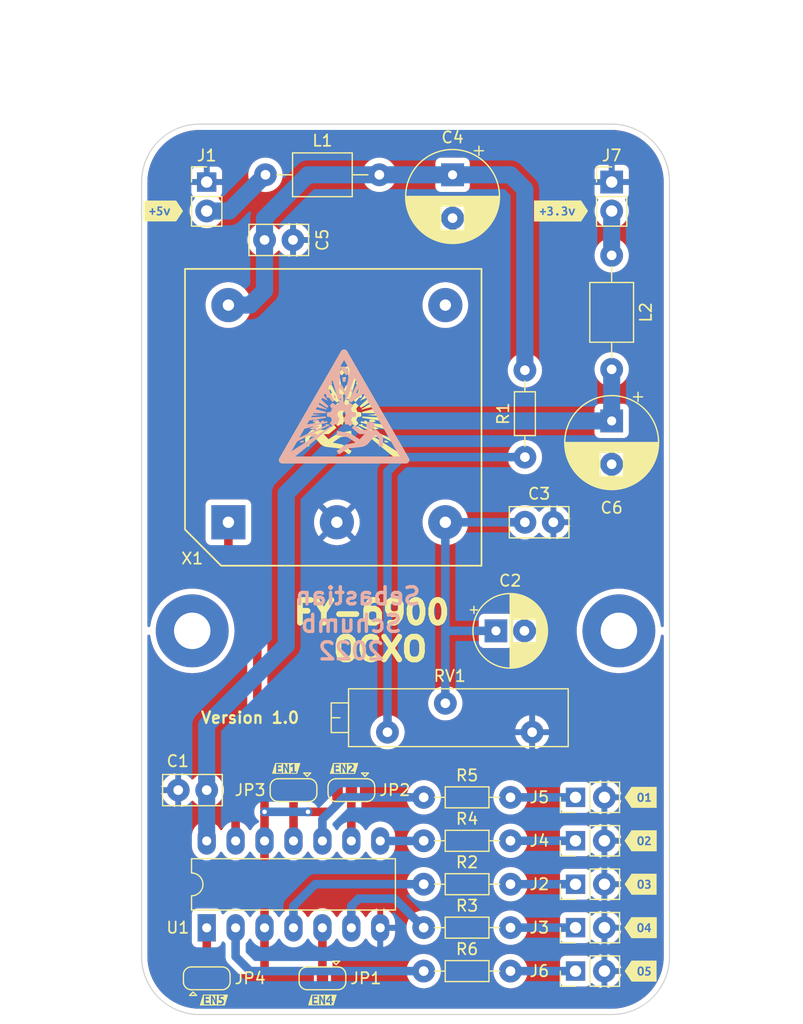
<source format=kicad_pcb>
(kicad_pcb (version 20211014) (generator pcbnew)

  (general
    (thickness 1.6)
  )

  (paper "A4")
  (title_block
    (comment 4 "AISLER Project ID: PDHMGPDU")
  )

  (layers
    (0 "F.Cu" signal)
    (31 "B.Cu" signal)
    (32 "B.Adhes" user "B.Adhesive")
    (33 "F.Adhes" user "F.Adhesive")
    (34 "B.Paste" user)
    (35 "F.Paste" user)
    (36 "B.SilkS" user "B.Silkscreen")
    (37 "F.SilkS" user "F.Silkscreen")
    (38 "B.Mask" user)
    (39 "F.Mask" user)
    (40 "Dwgs.User" user "User.Drawings")
    (41 "Cmts.User" user "User.Comments")
    (42 "Eco1.User" user "User.Eco1")
    (43 "Eco2.User" user "User.Eco2")
    (44 "Edge.Cuts" user)
    (45 "Margin" user)
    (46 "B.CrtYd" user "B.Courtyard")
    (47 "F.CrtYd" user "F.Courtyard")
    (48 "B.Fab" user)
    (49 "F.Fab" user)
    (50 "User.1" user)
    (51 "User.2" user)
    (52 "User.3" user)
    (53 "User.4" user)
    (54 "User.5" user)
    (55 "User.6" user)
    (56 "User.7" user)
    (57 "User.8" user)
    (58 "User.9" user)
  )

  (setup
    (stackup
      (layer "F.SilkS" (type "Top Silk Screen"))
      (layer "F.Paste" (type "Top Solder Paste"))
      (layer "F.Mask" (type "Top Solder Mask") (thickness 0.01))
      (layer "F.Cu" (type "copper") (thickness 0.035))
      (layer "dielectric 1" (type "core") (thickness 1.51) (material "FR4") (epsilon_r 4.5) (loss_tangent 0.02))
      (layer "B.Cu" (type "copper") (thickness 0.035))
      (layer "B.Mask" (type "Bottom Solder Mask") (thickness 0.01))
      (layer "B.Paste" (type "Bottom Solder Paste"))
      (layer "B.SilkS" (type "Bottom Silk Screen"))
      (copper_finish "None")
      (dielectric_constraints no)
    )
    (pad_to_mask_clearance 0)
    (pcbplotparams
      (layerselection 0x00010fc_ffffffff)
      (disableapertmacros false)
      (usegerberextensions false)
      (usegerberattributes true)
      (usegerberadvancedattributes true)
      (creategerberjobfile true)
      (svguseinch false)
      (svgprecision 6)
      (excludeedgelayer true)
      (plotframeref false)
      (viasonmask false)
      (mode 1)
      (useauxorigin false)
      (hpglpennumber 1)
      (hpglpenspeed 20)
      (hpglpendiameter 15.000000)
      (dxfpolygonmode true)
      (dxfimperialunits true)
      (dxfusepcbnewfont true)
      (psnegative false)
      (psa4output false)
      (plotreference true)
      (plotvalue true)
      (plotinvisibletext false)
      (sketchpadsonfab false)
      (subtractmaskfromsilk false)
      (outputformat 1)
      (mirror false)
      (drillshape 1)
      (scaleselection 1)
      (outputdirectory "")
    )
  )

  (net 0 "")
  (net 1 "+5V")
  (net 2 "GND")
  (net 3 "Net-(C2-Pad1)")
  (net 4 "Net-(J1-Pad2)")
  (net 5 "Net-(J2-Pad1)")
  (net 6 "Net-(J3-Pad1)")
  (net 7 "Net-(J4-Pad1)")
  (net 8 "Net-(J5-Pad1)")
  (net 9 "Net-(JP1-Pad2)")
  (net 10 "Net-(JP1-Pad3)")
  (net 11 "Net-(JP2-Pad2)")
  (net 12 "Net-(JP3-Pad2)")
  (net 13 "Net-(R1-Pad2)")
  (net 14 "Net-(R2-Pad1)")
  (net 15 "Net-(R3-Pad1)")
  (net 16 "Net-(R4-Pad1)")
  (net 17 "Net-(R5-Pad1)")
  (net 18 "+3V3")
  (net 19 "unconnected-(X1-Pad4)")
  (net 20 "Net-(J6-Pad1)")
  (net 21 "Net-(JP4-Pad2)")
  (net 22 "Net-(R6-Pad1)")
  (net 23 "Net-(J7-Pad2)")
  (net 24 "Net-(U1-Pad13)")

  (footprint "kibuzzard-62964395" (layer "F.Cu") (at 123.825 146.685))

  (footprint "Capacitor_THT:C_Disc_D5.0mm_W2.5mm_P2.50mm" (layer "F.Cu") (at 118.745 80.01))

  (footprint "Inductor_THT:L_Axial_L5.0mm_D3.6mm_P10.00mm_Horizontal_Murata_BL01RN1A2A2" (layer "F.Cu") (at 118.825 74.295))

  (footprint "Resistor_THT:R_Axial_DIN0204_L3.6mm_D1.6mm_P7.62mm_Horizontal" (layer "F.Cu") (at 132.72 128.905))

  (footprint "Resistor_THT:R_Axial_DIN0204_L3.6mm_D1.6mm_P7.62mm_Horizontal" (layer "F.Cu") (at 132.72 144.145))

  (footprint "Potentiometer_THT:Potentiometer_Bourns_3006P_Horizontal" (layer "F.Cu") (at 142.24 123.19))

  (footprint "Connector_PinHeader_2.54mm:PinHeader_1x02_P2.54mm_Vertical" (layer "F.Cu") (at 146.05 128.905 90))

  (footprint "Jumper:SolderJumper-3_P1.3mm_Open_RoundedPad1.0x1.5mm" (layer "F.Cu") (at 121.29 128.27 180))

  (footprint "kibuzzard-6296411A" (layer "F.Cu") (at 151.765 128.905))

  (footprint "kibuzzard-62964145" (layer "F.Cu") (at 151.765 144.145))

  (footprint "kibuzzard-62964377" (layer "F.Cu") (at 120.65 126.365))

  (footprint "Connector_PinHeader_2.54mm:PinHeader_1x02_P2.54mm_Vertical" (layer "F.Cu") (at 113.665 74.93))

  (footprint "Jumper:SolderJumper-3_P1.3mm_Open_RoundedPad1.0x1.5mm" (layer "F.Cu") (at 126.37 128.27 180))

  (footprint "Jumper:SolderJumper-3_P1.3mm_Open_RoundedPad1.0x1.5mm" (layer "F.Cu") (at 113.67 144.78))

  (footprint "Resistor_THT:R_Axial_DIN0204_L3.6mm_D1.6mm_P7.62mm_Horizontal" (layer "F.Cu") (at 132.72 140.335))

  (footprint "kibuzzard-6296413B" (layer "F.Cu") (at 151.765 140.335))

  (footprint "Capacitor_THT:C_Disc_D5.0mm_W2.5mm_P2.50mm" (layer "F.Cu") (at 141.605 104.775))

  (footprint "Connector_PinHeader_2.54mm:PinHeader_1x02_P2.54mm_Vertical" (layer "F.Cu") (at 146.05 136.525 90))

  (footprint "Connector_PinHeader_2.54mm:PinHeader_1x02_P2.54mm_Vertical" (layer "F.Cu") (at 146.045 132.715 90))

  (footprint "ocxo:ocxo" (layer "F.Cu") (at 125.095 95.25 180))

  (footprint "Capacitor_THT:CP_Radial_D6.3mm_P2.50mm" (layer "F.Cu") (at 139.065 114.3))

  (footprint "kibuzzard-62963F29" (layer "F.Cu") (at 144.78 77.47))

  (footprint "misc:logo" (layer "F.Cu")
    (tedit 0) (tstamp 9180d7c2-ce82-4cd5-b2d5-d944586fb090)
    (at 125.73 94.615)
    (attr board_only exclude_from_pos_files exclude_from_bom)
    (fp_text reference "G***" (at 0 0) (layer "F.SilkS") hide
      (effects (font (size 1.524 1.524) (thickness 0.3)))
      (tstamp f75ad864-f096-4907-b31d-1a5733db4331)
    )
    (fp_text value "LOGO" (at 0.75 0) (layer "F.SilkS") hide
      (effects (font (size 1.524 1.524) (thickness 0.3)))
      (tstamp 8020425b-e9f3-495c-818a-7f5fd22a8d70)
    )
    (fp_poly (pts
        (xy 0.730806 -0.551226)
        (xy 0.740029 -0.548401)
        (xy 0.745491 -0.545619)
        (xy 0.749616 -0.542808)
        (xy 0.753437 -0.539748)
        (xy 0.756613 -0.536788)
        (xy 0.758804 -0.534279)
        (xy 0.75967 -0.532569)
        (xy 0.758869 -0.53201)
        (xy 0.758717 -0.532026)
        (xy 0.757242 -0.532534)
        (xy 0.75389 -0.533831)
        (xy 0.749135 -0.535729)
        (xy 0.74345 -0.538042)
        (xy 0.742492 -0.538436)
        (xy 0.736591 -0.540857)
        (xy 0.731439 -0.54296)
        (xy 0.727547 -0.544536)
        (xy 0.72543 -0.545377)
        (xy 0.725314 -0.545421)
        (xy 0.722532 -0.546495)
        (xy 0.72086 -0.547167)
        (xy 0.717643 -0.54839)
        (xy 0.716088 -0.548921)
        (xy 0.713937 -0.550023)
        (xy 0.714067 -0.551056)
        (xy 0.716217 -0.551849)
        (xy 0.720127 -0.552231)
        (xy 0.721178 -0.552243)
      ) (layer "F.SilkS") (width 0) (fill solid) (tstamp 3f2f1aeb-24f2-4597-bbb9-54b12c752d6f))
    (fp_poly (pts
        (xy -0.612672 -1.467594)
        (xy -0.610792 -1.467327)
        (xy -0.600633 -1.464518)
        (xy -0.590378 -1.459648)
        (xy -0.580604 -1.45311)
        (xy -0.571888 -1.445298)
        (xy -0.564808 -1.436605)
        (xy -0.564088 -1.435508)
        (xy -0.557692 -1.424075)
        (xy -0.552332 -1.411612)
        (xy -0.548224 -1.398794)
        (xy -0.545582 -1.386297)
        (xy -0.544623 -1.374797)
        (xy -0.544622 -1.374539)
        (xy -0.544695 -1.369266)
        (xy -0.545039 -1.365782)
        (xy -0.545844 -1.363332)
        (xy -0.547299 -1.361162)
        (xy -0.548276 -1.360009)
        (xy -0.550614 -1.356828)
        (xy -0.553459 -1.352237)
        (xy -0.556255 -1.34714)
        (xy -0.556687 -1.346286)
        (xy -0.560799 -1.338344)
        (xy -0.564883 -1.331006)
        (xy -0.568651 -1.324759)
        (xy -0.571816 -1.320092)
        (xy -0.573133 -1.318445)
        (xy -0.577352 -1.315021)
        (xy -0.58328 -1.312552)
        (xy -0.591237 -1.31092)
        (xy -0.594249 -1.310556)
        (xy -0.600425 -1.309886)
        (xy -0.607618 -1.309072)
        (xy -0.61432 -1.308285)
        (xy -0.614609 -1.30825)
        (xy -0.632652 -1.306194)
        (xy -0.648432 -1.304666)
        (xy -0.662172 -1.303654)
        (xy -0.674096 -1.303149)
        (xy -0.684429 -1.30314)
        (xy -0.693395 -1.303618)
        (xy -0.699884 -1.304366)
        (xy -0.709595 -1.306836)
        (xy -0.718363 -1.311093)
        (xy -0.725751 -1.316841)
        (xy -0.73132 -1.323783)
        (xy -0.732837 -1.326606)
        (xy -0.734557 -1.332274)
        (xy -0.735433 -1.339875)
        (xy -0.735446 -1.348933)
        (xy -0.734577 -1.358976)
        (xy -0.734259 -1.36131)
        (xy -0.733537 -1.366302)
        (xy -0.732598 -1.372802)
        (xy -0.73159 -1.379797)
        (xy -0.73101 -1.383824)
        (xy -0.729659 -1.392967)
        (xy -0.728174 -1.402506)
        (xy -0.726448 -1.413111)
        (xy -0.724373 -1.425454)
        (xy -0.724057 -1.42731)
        (xy -0.722354 -1.434237)
        (xy -0.719593 -1.43971)
        (xy -0.715202 -1.444773)
        (xy -0.713747 -1.446128)
        (xy -0.708621 -1.449925)
        (xy -0.701824 -1.453802)
        (xy -0.69419 -1.457367)
        (xy -0.68655 -1.460231)
        (xy -0.680142 -1.461926)
        (xy -0.666955 -1.464203)
        (xy -0.65398 -1.465991)
        (xy -0.641639 -1.467257)
        (xy -0.630358 -1.467969)
        (xy -0.620561 -1.468092)
      ) (layer "F.SilkS") (width 0) (fill solid) (tstamp 68617ba5-42bf-490f-8799-0863bd897117))
    (fp_poly (pts
        (xy 0.257576 -0.570704)
        (xy 0.279739 -0.570692)
        (xy 0.299595 -0.570671)
        (xy 0.317266 -0.570638)
        (xy 0.332871 -0.570594)
        (xy 0.34653 -0.570536)
        (xy 0.358363 -0.570464)
        (xy 0.368488 -0.570377)
        (xy 0.377027 -0.570272)
        (xy 0.384099 -0.57015)
        (xy 0.389823 -0.570008)
        (xy 0.394319 -0.569846)
        (xy 0.397708 -0.569662)
        (xy 0.400108 -0.569455)
        (xy 0.40164 -0.569224)
        (xy 0.402385 -0.568989)
        (xy 0.40607 -0.565728)
        (xy 0.409189 -0.560418)
        (xy 0.411495 -0.553536)
        (xy 0.412158 -0.550303)
        (xy 0.413161 -0.544495)
        (xy 0.414264 -0.538243)
        (xy 0.414775 -0.535397)
        (xy 0.415785 -0.529808)
        (xy 0.416848 -0.523913)
        (xy 0.4173 -0.5214)
        (xy 0.418002 -0.517594)
        (xy 0.419057 -0.512008)
        (xy 0.420328 -0.505359)
        (xy 0.421679 -0.498363)
        (xy 0.421839 -0.497541)
        (xy 0.423192 -0.490512)
        (xy 0.42448 -0.483706)
        (xy 0.425564 -0.477854)
        (xy 0.426309 -0.473688)
        (xy 0.426365 -0.473363)
        (xy 0.427316 -0.467888)
        (xy 0.428348 -0.462158)
        (xy 0.428747 -0.460002)
        (xy 0.430105 -0.452766)
        (xy 0.431619 -0.444678)
        (xy 0.433123 -0.43662)
        (xy 0.434452 -0.429474)
        (xy 0.43528 -0.425009)
        (xy 0.436298 -0.419543)
        (xy 0.437377 -0.41382)
        (xy 0.43779 -0.411648)
        (xy 0.438753 -0.406423)
        (xy 0.439776 -0.400595)
        (xy 0.440164 -0.398287)
        (xy 0.440921 -0.393966)
        (xy 0.442009 -0.388086)
        (xy 0.443253 -0.381584)
        (xy 0.443971 -0.377927)
        (xy 0.445256 -0.371387)
        (xy 0.44652 -0.364832)
        (xy 0.447576 -0.359245)
        (xy 0.448001 -0.356931)
        (xy 0.448973 -0.351588)
        (xy 0.449963 -0.34622)
        (xy 0.450458 -0.34357)
        (xy 0.451286 -0.339113)
        (xy 0.452299 -0.33357)
        (xy 0.45302 -0.329573)
        (xy 0.454094 -0.323671)
        (xy 0.455337 -0.316979)
        (xy 0.456205 -0.312394)
        (xy 0.457361 -0.306251)
        (xy 0.458588 -0.299591)
        (xy 0.459377 -0.295216)
        (xy 0.460367 -0.289784)
        (xy 0.461391 -0.284381)
        (xy 0.462017 -0.281219)
        (xy 0.462678 -0.277838)
        (xy 0.463662 -0.272608)
        (xy 0.464847 -0.266186)
        (xy 0.466112 -0.259229)
        (xy 0.466391 -0.257678)
        (xy 0.468423 -0.246922)
        (xy 0.470329 -0.238358)
        (xy 0.472276 -0.231652)
        (xy 0.474429 -0.226469)
        (xy 0.476956 -0.222473)
        (xy 0.480022 -0.219328)
        (xy 0.483795 -0.216701)
        (xy 0.487806 -0.214562)
        (xy 0.491575 -0.212782)
        (xy 0.494384 -0.211574)
        (xy 0.495454 -0.211232)
        (xy 0.497016 -0.210754)
        (xy 0.50005 -0.209537)
        (xy 0.502007 -0.208687)
        (xy 0.506978 -0.206473)
        (xy 0.512226 -0.204135)
        (xy 0.513432 -0.203597)
        (xy 0.516905 -0.202118)
        (xy 0.519351 -0.2012)
        (xy 0.519953 -0.201052)
        (xy 0.521577 -0.20054)
        (xy 0.525272 -0.199072)
        (xy 0.530794 -0.196748)
        (xy 0.537901 -0.19367)
        (xy 0.541745 -0.191981)
        (xy 0.545123 -0.190561)
        (xy 0.547459 -0.189709)
        (xy 0.547948 -0.1896)
        (xy 0.548752 -0.189402)
        (xy 0.550571 -0.188724)
        (xy 0.553706 -0.187442)
        (xy 0.558459 -0.185433)
        (xy 0.56513 -0.182572)
        (xy 0.568162 -0.181265)
        (xy 0.571533 -0.179871)
        (xy 0.576052 -0.178073)
        (xy 0.578979 -0.176939)
        (xy 0.583267 -0.175275)
        (xy 0.586905 -0.173825)
        (xy 0.588522 -0.173152)
        (xy 0.594836 -0.170435)
        (xy 0.600921 -0.167892)
        (xy 0.607924 -0.165046)
        (xy 0.610154 -0.16415)
        (xy 0.615356 -0.162052)
        (xy 0.620107 -0.160112)
        (xy 0.623562 -0.158676)
        (xy 0.624152 -0.158424)
        (xy 0.627123 -0.157179)
        (xy 0.631613 -0.155338)
        (xy 0.636778 -0.153248)
        (xy 0.638149 -0.152698)
        (xy 0.643351 -0.1506)
        (xy 0.648102 -0.14866)
        (xy 0.651556 -0.147223)
        (xy 0.652146 -0.146972)
        (xy 0.655117 -0.145727)
        (xy 0.659608 -0.143886)
        (xy 0.664773 -0.141796)
        (xy 0.666144 -0.141246)
        (xy 0.671346 -0.139143)
        (xy 0.676097 -0.137193)
        (xy 0.679552 -0.135743)
        (xy 0.680141 -0.135488)
        (xy 0.685104 -0.133385)
        (xy 0.691499 -0.130787)
        (xy 0.698368 -0.128077)
        (xy 0.7043 -0.125809)
        (xy 0.711042 -0.124036)
        (xy 0.717929 -0.123505)
        (xy 0.724012 -0.12425)
        (xy 0.726208 -0.124999)
        (xy 0.728056 -0.126078)
        (xy 0.731973 -0.128595)
        (xy 0.737936 -0.132535)
        (xy 0.745926 -0.137883)
        (xy 0.75592 -0.144625)
        (xy 0.767896 -0.152746)
        (xy 0.781834 -0.162233)
        (xy 0.797713 -0.173069)
        (xy 0.81551 -0.185241)
        (xy 0.835204 -0.198735)
        (xy 0.856774 -0.213535)
        (xy 0.880198 -0.229627)
        (xy 0.889756 -0.236198)
        (xy 0.907678 -0.248519)
        (xy 0.923625 -0.259479)
        (xy 0.937721 -0.269157)
        (xy 0.950088 -0.277633)
        (xy 0.960848 -0.284989)
        (xy 0.970123 -0.291305)
        (xy 0.978036 -0.296662)
        (xy 0.984709 -0.30114)
        (xy 0.990265 -0.30482)
        (xy 0.994826 -0.307782)
        (xy 0.998515 -0.310107)
        (xy 1.001453 -0.311875)
        (xy 1.003764 -0.313168)
        (xy 1.005569 -0.314065)
        (xy 1.006991 -0.314648)
        (xy 1.008152 -0.314996)
        (xy 1.009175 -0.315191)
        (xy 1.009852 -0.315277)
        (xy 1.014039 -0.315383)
        (xy 1.017456 -0.314307)
        (xy 1.020359 -0.312513)
        (xy 1.022035 -0.311074)
        (xy 1.025336 -0.307984)
        (xy 1.030131 -0.303372)
        (xy 1.036289 -0.297371)
        (xy 1.043679 -0.290113)
        (xy 1.05217 -0.281728)
        (xy 1.061633 -0.272348)
        (xy 1.071935 -0.262105)
        (xy 1.082947 -0.251131)
        (xy 1.094537 -0.239555)
        (xy 1.106575 -0.227511)
        (xy 1.118929 -0.21513)
        (xy 1.13147 -0.202542)
        (xy 1.144065 -0.18988)
        (xy 1.156586 -0.177276)
        (xy 1.1689 -0.164859)
        (xy 1.180877 -0.152763)
        (xy 1.192386 -0.141118)
        (xy 1.203297 -0.130057)
        (xy 1.213478 -0.119709)
        (xy 1.2228 -0.110208)
        (xy 1.23113 -0.101684)
        (xy 1.238339 -0.094269)
        (xy 1.244295 -0.088094)
        (xy 1.248868 -0.083292)
        (xy 1.251926 -0.079992)
        (xy 1.253341 -0.078328)
        (xy 1.253418 -0.078195)
        (xy 1.254309 -0.074527)
        (xy 1.254666 -0.070532)
        (xy 1.254671 -0.069929)
        (xy 1.254648 -0.069334)
        (xy 1.254535 -0.068659)
        (xy 1.254275 -0.067814)
        (xy 1.253809 -0.066713)
        (xy 1.253075 -0.065266)
        (xy 1.252016 -0.063384)
        (xy 1.250572 -0.06098)
        (xy 1.248684 -0.057965)
        (xy 1.246292 -0.05425)
        (xy 1.243337 -0.049748)
        (xy 1.23976 -0.044369)
        (xy 1.235501 -0.038025)
        (xy 1.230501 -0.030628)
        (xy 1.224701 -0.02209)
        (xy 1.218042 -0.012321)
        (xy 1.210463 -0.001234)
        (xy 1.201906 0.01126)
        (xy 1.192312 0.025249)
        (xy 1.181621 0.040823)
        (xy 1.169773 0.058068)
        (xy 1.15671 0.077074)
        (xy 1.142372 0.09793)
        (xy 1.1267 0.120722)
        (xy 1.113026 0.140609)
        (xy 1.103856 0.153946)
        (xy 1.096019 0.165354)
        (xy 1.089405 0.175001)
        (xy 1.083906 0.183054)
        (xy 1.079413 0.189682)
        (xy 1.075816 0.195053)
        (xy 1.073007 0.199334)
        (xy 1.070877 0.202695)
        (xy 1.069317 0.205302)
        (xy 1.068218 0.207324)
        (xy 1.067471 0.20893)
        (xy 1.066967 0.210286)
        (xy 1.066597 0.211561)
        (xy 1.066324 0.212637)
        (xy 1.065538 0.217162)
        (xy 1.065851 0.221258)
        (xy 1.066758 0.224725)
        (xy 1.067591 0.226985)
        (xy 1.069342 0.23136)
        (xy 1.071918 0.23763)
        (xy 1.075225 0.245574)
        (xy 1.079171 0.254972)
        (xy 1.083664 0.265602)
        (xy 1.08861 0.277245)
        (xy 1.093918 0.289679)
        (xy 1.099493 0.302685)
        (xy 1.100112 0.304123)
        (xy 1.105804 0.31737)
        (xy 1.111321 0.330218)
        (xy 1.116558 0.342423)
        (xy 1.121413 0.353746)
        (xy 1.125781 0.363945)
        (xy 1.12956 0.372779)
        (xy 1.132646 0.380006)
        (xy 1.134936 0.385385)
        (xy 1.136327 0.388676)
        (xy 1.136355 0.388743)
        (xy 1.138614 0.394102)
        (xy 1.14156 0.401029)
        (xy 1.144867 0.408757)
        (xy 1.148206 0.416521)
        (xy 1.149398 0.419282)
        (xy 1.152584 0.426675)
        (xy 1.15578 0.434138)
        (xy 1.158687 0.440969)
        (xy 1.161006 0.446466)
        (xy 1.161734 0.448213)
        (xy 1.165557 0.455606)
        (xy 1.1703 0.461937)
        (xy 1.175549 0.466768)
        (xy 1.180888 0.46966)
        (xy 1.182402 0.470074)
        (xy 1.189585 0.471524)
        (xy 1.198522 0.473268)
        (xy 1.208461 0.475167)
        (xy 1.218648 0.477076)
        (xy 1.228331 0.478856)
        (xy 1.236756 0.480365)
        (xy 1.240669 0.481042)
        (xy 1.246146 0.482022)
        (xy 1.251878 0.483121)
        (xy 1.25403 0.483558)
        (xy 1.258395 0.484431)
        (xy 1.264148 0.48553)
        (xy 1.270169 0.486644)
        (xy 1.271208 0.486831)
        (xy 1.277281 0.487933)
        (xy 1.283411 0.489058)
        (xy 1.288411 0.489989)
        (xy 1.289023 0.490105)
        (xy 1.294286 0.491087)
        (xy 1.299633 0.492061)
        (xy 1.301748 0.492436)
        (xy 1.305124 0.493046)
        (xy 1.310346 0.494011)
        (xy 1.316758 0.495208)
        (xy 1.323706 0.496517)
        (xy 1.325289 0.496816)
        (xy 1.334725 0.4986)
        (xy 1.342446 0.500049)
        (xy 1.349237 0.501307)
        (xy 1.355884 0.50252)
        (xy 1.363145 0.503829)
        (xy 1.366951 0.50453)
        (xy 1.372537 0.505583)
        (xy 1.379187 0.50685)
        (xy 1.386184 0.508197)
        (xy 1.387004 0.508356)
        (xy 1.397466 0.510371)
        (xy 1.405963 0.51198)
        (xy 1.413026 0.513279)
        (xy 1.419184 0.514367)
        (xy 1.424542 0.51527)
        (xy 1.428496 0.515958)
        (xy 1.434095 0.516976)
        (xy 1.440487 0.518169)
        (xy 1.444902 0.51901)
        (xy 1.454354 0.520824)
        (xy 1.461916 0.522267)
        (xy 1.468197 0.523457)
        (xy 1.473803 0.524507)
        (xy 1.478941 0.525458)
        (xy 1.486979 0.526983)
        (xy 1.492947 0.528255)
        (xy 1.497289 0.529416)
        (xy 1.500448 0.530609)
        (xy 1.502869 0.531979)
        (xy 1.504995 0.533669)
        (xy 1.505345 0.533985)
        (xy 1.509799 0.538063)
        (xy 1.510135 0.70358)
        (xy 1.510187 0.727981)
        (xy 1.510234 0.749966)
        (xy 1.51027 0.769663)
        (xy 1.510292 0.787203)
        (xy 1.510292 0.802714)
        (xy 1.510267 0.816324)
        (xy 1.51021 0.828163)
        (xy 1.510116 0.83836)
        (xy 1.509981 0.847044)
        (xy 1.509798 0.854344)
        (xy 1.509563 0.860388)
        (xy 1.50927 0.865306)
        (xy 1.508914 0.869226)
        (xy 1.508489 0.872278)
        (xy 1.50799 0.874591)
        (xy 1.507413 0.876293)
        (xy 1.506751 0.877514)
        (xy 1.505999 0.878382)
        (xy 1.505152 0.879026)
        (xy 1.504205 0.879576)
        (xy 1.503152 0.880161)
        (xy 1.502862 0.880333)
        (xy 1.500499 0.881446)
        (xy 1.496833 0.882648)
        (xy 1.491645 0.88399)
        (xy 1.484721 0.88552)
        (xy 1.475841 0.887287)
        (xy 1.464791 0.88934)
        (xy 1.456991 0.890737)
        (xy 1.45156 0.891716)
        (xy 1.446156 0.892716)
        (xy 1.442993 0.89332)
        (xy 1.439053 0.894069)
        (xy 1.4336 0.895078)
        (xy 1.427627 0.896163)
        (xy 1.425815 0.896489)
        (xy 1.419883 0.897562)
        (xy 1.414161 0.898617)
        (xy 1.409642 0.899471)
        (xy 1.408636 0.899666)
        (xy 1.403129 0.900739)
        (xy 1.397015 0.901904)
        (xy 1.38981 0.903252)
        (xy 1.381032 0.904872)
        (xy 1.371098 0.906692)
        (xy 1.364114 0.907973)
        (xy 1.357519 0.909191)
        (xy 1.351968 0.910225)
        (xy 1.348118 0.910953)
        (xy 1.347557 0.911062)
        (xy 1.342955 0.911935)
        (xy 1.33741 0.912956)
        (xy 1.334196 0.913535)
        (xy 1.329934 0.914313)
        (xy 1.323963 0.915428)
        (xy 1.317074 0.916732)
        (xy 1.310057 0.918075)
        (xy 1.310019 0.918083)
        (xy 1.303003 0.919427)
        (xy 1.296112 0.920734)
        (xy 1.290134 0.921854)
        (xy 1.285859 0.922639)
        (xy 1.285842 0.922642)
        (xy 1.280497 0.923615)
        (xy 1.275129 0.924612)
        (xy 1.272481 0.925114)
        (xy 1.268541 0.925854)
        (xy 1.263088 0.926856)
        (xy 1.257115 0.927939)
        (xy 1.255302 0.928264)
        (xy 1.24937 0.92934)
        (xy 1.243648 0.9304)
        (xy 1.239129 0.931262)
        (xy 1.238124 0.93146)
        (xy 1.233524 0.932357)
        (xy 1.227981 0.933406)
        (xy 1.224763 0.934001)
        (xy 1.21942 0.934991)
        (xy 1.214052 0.936008)
        (xy 1.211402 0.936521)
        (xy 1.207007 0.937356)
        (xy 1.201465 0.938371)
        (xy 1.197087 0.939149)
        (xy 1.188441 0.941594)
        (xy 1.181344 0.945533)
        (xy 1.176134 0.950762)
        (xy 1.174898 0.952714)
        (xy 1.173513 0.955539)
        (xy 1.171427 0.960208)
        (xy 1.168867 0.966194)
        (xy 1.166059 0.97297)
        (xy 1.164322 0.977265)
        (xy 1.161607 0.984032)
        (xy 1.159156 0.990116)
        (xy 1.157152 0.995059)
        (xy 1.155782 0.998405)
        (xy 1.155308 0.999534)
        (xy 1.153987 1.002659)
        (xy 1.151878 1.007796)
        (xy 1.149066 1.014731)
        (xy 1.145637 1.023247)
        (xy 1.141677 1.033129)
        (xy 1.13727 1.04416)
        (xy 1.132502 1.056126)
        (xy 1.127458 1.06881)
        (xy 1.122223 1.081997)
        (xy 1.116883 1.095471)
        (xy 1.111523 1.109017)
        (xy 1.106229 1.122419)
        (xy 1.101085 1.135461)
        (xy 1.096178 1.147927)
        (xy 1.091591 1.159603)
        (xy 1.087412 1.170271)
        (xy 1.083724 1.179717)
        (xy 1.080614 1.187724)
        (xy 1.078166 1.194078)
        (xy 1.076466 1.198562)
        (xy 1.0756 1.200961)
        (xy 1.075517 1.201236)
        (xy 1.075025 1.203201)
        (xy 1.074645 1.205009)
        (xy 1.074457 1.206799)
        (xy 1.074545 1.20871)
        (xy 1.074989 1.210882)
        (xy 1.075872 1.213452)
        (xy 1.077275 1.216562)
        (xy 1.079282 1.220348)
        (xy 1.081973 1.224952)
        (xy 1.085431 1.230512)
        (xy 1.089738 1.237167)
        (xy 1.094975 1.245056)
        (xy 1.101225 1.254318)
        (xy 1.10857 1.265093)
        (xy 1.117092 1.277519)
        (xy 1.126872 1.291737)
        (xy 1.137993 1.307884)
        (xy 1.14052 1.311554)
        (xy 1.153031 1.329729)
        (xy 1.164155 1.34591)
        (xy 1.173957 1.360195)
        (xy 1.182503 1.372679)
        (xy 1.189858 1.383459)
        (xy 1.196087 1.392632)
        (xy 1.201255 1.400294)
        (xy 1.205429 1.406541)
        (xy 1.208672 1.41147)
        (xy 1.211051 1.415178)
        (xy 1.21263 1.41776)
        (xy 1.213476 1.419314)
        (xy 1.213502 1.41937)
        (xy 1.215318 1.422646)
        (xy 1.218004 1.426714)
        (xy 1.219678 1.428996)
        (xy 1.222721 1.43316)
        (xy 1.225538 1.437352)
        (xy 1.226655 1.439176)
        (xy 1.228632 1.442336)
        (xy 1.231559 1.446712)
        (xy 1.234877 1.451473)
        (xy 1.235639 1.452537)
        (xy 1.239095 1.457397)
        (xy 1.242425 1.462179)
        (xy 1.245004 1.465982)
        (xy 1.245367 1.466534)
        (xy 1.247505 1.469669)
        (xy 1.249143 1.47181)
        (xy 1.249589 1.472261)
        (xy 1.251417 1.474596)
        (xy 1.253121 1.47844)
        (xy 1.254321 1.48277)
        (xy 1.254661 1.485877)
        (xy 1.253992 1.490263)
        (xy 1.252375 1.494324)
        (xy 1.25225 1.494529)
        (xy 1.250912 1.496115)
        (xy 1.247927 1.499307)
        (xy 1.243469 1.503931)
        (xy 1.237708 1.509811)
        (xy 1.230819 1.516775)
        (xy 1.222971 1.524646)
        (xy 1.214339 1.533252)
        (xy 1.205095 1.542417)
        (xy 1.198492 1.548934)
        (xy 1.188105 1.559171)
        (xy 1.176255 1.570855)
        (xy 1.163289 1.583645)
        (xy 1.149554 1.597198)
        (xy 1.135396 1.611173)
        (xy 1.121162 1.625228)
        (xy 1.107198 1.639019)
        (xy 1.093851 1.652205)
        (xy 1.082881 1.663048)
        (xy 1.070303 1.675471)
        (xy 1.059396 1.686213)
        (xy 1.050035 1.695393)
        (xy 1.042091 1.70313)
        (xy 1.035438 1.709543)
        (xy 1.029948 1.71475)
        (xy 1.025494 1.718872)
        (xy 1.021949 1.722026)
        (xy 1.019186 1.724331)
        (xy 1.017077 1.725907)
        (xy 1.015496 1.726873)
        (xy 1.014315 1.727347)
        (xy 1.014055 1.727405)
        (xy 1.01269 1.727674)
        (xy 1.011465 1.727879)
        (xy 1.010228 1.727928)
        (xy 1.008828 1.727727)
        (xy 1.007114 1.727184)
        (xy 1.004935 1.726205)
        (xy 1.002139 1.724699)
        (xy 0.998576 1.722572)
        (xy 0.994095 1.719732)
        (xy 0.988543 1.716085)
        (xy 0.98177 1.71154)
        (xy 0.973625 1.706002)
        (xy 0.963957 1.699379)
        (xy 0.952614 1.691579)
        (xy 0.939445 1.682509)
        (xy 0.927322 1.674157)
        (xy 0.908452 1.661168)
        (xy 0.891596 1.649581)
        (xy 0.876676 1.639345)
        (xy 0.863617 1.630408)
        (xy 0.852342 1.622719)
        (xy 0.842775 1.616226)
        (xy 0.834841 1.610878)
        (xy 0.828463 1.606624)
        (xy 0.823564 1.603411)
        (xy 0.82007 1.601189)
        (xy 0.817903 1.599905)
        (xy 0.817 1.599509)
        (xy 0.815494 1.598817)
        (xy 0.812305 1.596908)
        (xy 0.807829 1.594035)
        (xy 0.802463 1.590448)
        (xy 0.799328 1.588297)
        (xy 0.793595 1.584355)
        (xy 0.788502 1.580899)
        (xy 0.784461 1.578205)
        (xy 0.781884 1.576547)
        (xy 0.781258 1.576187)
        (xy 0.77918 1.57492)
        (xy 0.77602 1.572724)
        (xy 0.774304 1.57146)
        (xy 0.770928 1.56901)
        (xy 0.766235 1.565718)
        (xy 0.76103 1.562146)
        (xy 0.758839 1.560666)
        (xy 0.753971 1.557455)
        (xy 0.750462 1.555422)
        (xy 0.747577 1.554298)
        (xy 0.74458 1.553815)
        (xy 0.740734 1.553704)
        (xy 0.739751 1.553703)
        (xy 0.734511 1.553887)
        (xy 0.730584 1.55465)
        (xy 0.726754 1.556312)
        (xy 0.724041 1.557846)
        (xy 0.719791 1.560294)
        (xy 0.715958 1.562387)
        (xy 0.713862 1.56344)
        (xy 0.709832 1.565292)
        (xy 0.706402 1.566919)
        (xy 0.703107 1.568564)
        (xy 0.699486 1.570472)
        (xy 0.695074 1.572887)
        (xy 0.689409 1.576053)
        (xy 0.682027 1.580215)
        (xy 0.681413 1.580562)
        (xy 0.677166 1.582868)
        (xy 0.671411 1.585864)
        (xy 0.664935 1.589146)
        (xy 0.659145 1.592009)
        (xy 0.651651 1.595662)
        (xy 0.643104 1.599826)
        (xy 0.634738 1.603901)
        (xy 0.62976 1.606325)
        (xy 0.624021 1.60904)
        (xy 0.618967 1.611285)
        (xy 0.615108 1.612843)
        (xy 0.612953 1.613498)
        (xy 0.612836 1.613506)
        (xy 0.60937 1.612897)
        (xy 0.606192 1.610873)
        (xy 0.603016 1.607137)
        (xy 0.599554 1.601393)
        (xy 0.597748 1.597918)
        (xy 0.595259 1.59288)
        (xy 0.593268 1.588689)
        (xy 0.592014 1.585859)
        (xy 0.591703 1.584939)
        (xy 0.591231 1.583244)
        (xy 0.590068 1.58029)
        (xy 0.589795 1.579659)
        (xy 0.587904 1.575362)
        (xy 0.58608 1.571196)
        (xy 0.585154 1.569001)
        (xy 0.583401 1.564778)
        (xy 0.580958 1.558857)
        (xy 0.577959 1.551568)
        (xy 0.574541 1.543239)
        (xy 0.570839 1.534199)
        (xy 0.569446 1.530795)
        (xy 0.565682 1.521597)
        (xy 0.562159 1.513007)
        (xy 0.559012 1.505351)
        (xy 0.556375 1.498953)
        (xy 0.554382 1.49414)
        (xy 0.553167 1.491237)
        (xy 0.552941 1.490712)
        (xy 0.55139 1.487003)
        (xy 0.549643 1.482582)
        (xy 0.549246 1.48154)
        (xy 0.547443 1.47699)
        (xy 0.545293 1.47188)
        (xy 0.544505 1.470088)
        (xy 0.541953 1.464272)
        (xy 0.539066 1.457525)
        (xy 0.536007 1.450243)
        (xy 0.532935 1.44282)
        (xy 0.530012 1.435653)
        (xy 0.527399 1.429137)
        (xy 0.525256 1.423667)
        (xy 0.523745 1.419638)
        (xy 0.523027 1.417446)
        (xy 0.522989 1.417218)
        (xy 0.522526 1.415863)
        (xy 0.521221 1.412469)
        (xy 0.519202 1.407346)
        (xy 0.516595 1.400809)
        (xy 0.513528 1.393171)
        (xy 0.510126 1.384744)
        (xy 0.506519 1.375841)
        (xy 0.502831 1.366776)
        (xy 0.499192 1.357861)
        (xy 0.495726 1.349409)
        (xy 0.492562 1.341734)
        (xy 0.489827 1.335148)
        (xy 0.487647 1.329964)
        (xy 0.486458 1.327198)
        (xy 0.484641 1.323027)
        (xy 0.482922 1.319063)
        (xy 0.482863 1.318927)
        (xy 0.482025 1.31693)
        (xy 0.480337 1.312856)
        (xy 0.477912 1.30698)
        (xy 0.474864 1.299581)
        (xy 0.471307 1.290934)
        (xy 0.467356 1.281318)
        (xy 0.463124 1.271008)
        (xy 0.461901 1.268027)
        (xy 0.457604 1.257557)
        (xy 0.45355 1.247689)
        (xy 0.449853 1.238702)
        (xy 0.44663 1.230876)
        (xy 0.443994 1.22449)
        (xy 0.442061 1.219824)
        (xy 0.440946 1.217156)
        (xy 0.440798 1.21681)
        (xy 0.438932 1.21251)
        (xy 0.437205 1.208539)
        (xy 0.436333 1.20647)
        (xy 0.434612 1.202325)
        (xy 0.432156 1.196384)
        (xy 0.429081 1.188927)
        (xy 0.425502 1.180231)
        (xy 0.421533 1.170577)
        (xy 0.417291 1.160245)
        (xy 0.416092 1.157321)
        (xy 0.411788 1.146835)
        (xy 0.40772 1.136938)
        (xy 0.404005 1.127911)
        (xy 0.400758 1.120036)
        (xy 0.398096 1.113595)
        (xy 0.396135 1.10887)
        (xy 0.394991 1.106143)
        (xy 0.394838 1.105786)
        (xy 0.393015 1.10161)
        (xy 0.391282 1.097639)
        (xy 0.391224 1.097506)
        (xy 0.386175 1.085647)
        (xy 0.382017 1.075257)
        (xy 0.378811 1.066511)
        (xy 0.376622 1.059586)
        (xy 0.375512 1.05466)
        (xy 0.375382 1.053072)
        (xy 0.375642 1.049814)
        (xy 0.376603 1.046893)
        (xy 0.378536 1.044031)
        (xy 0.381712 1.040946)
        (xy 0.386401 1.037359)
        (xy 0.392875 1.032989)
        (xy 0.397926 1.029749)
        (xy 0.408236 1.022972)
        (xy 0.419503 1.015145)
        (xy 0.431256 1.006628)
        (xy 0.443021 0.99778)
        (xy 0.454324 0.988962)
        (xy 0.464692 0.980534)
        (xy 0.473652 0.972855)
        (xy 0.478226 0.968691)
        (xy 0.493583 0.95324)
        (xy 0.508678 0.936086)
        (xy 0.522843 0.918033)
        (xy 0.535409 0.899891)
        (xy 0.536119 0.898783)
        (xy 0.540065 0.892561)
        (xy 0.543487 0.887096)
        (xy 0.546168 0.882741)
        (xy 0.547889 0.879849)
        (xy 0.548439 0.878785)
        (xy 0.548974 0.87746)
        (xy 0.550444 0.874281)
        (xy 0.552648 0.869673)
        (xy 0.555386 0.864058)
        (xy 0.556572 0.861653)
        (xy 0.563745 0.846298)
        (xy 0.569916 0.831137)
        (xy 0.575234 0.815674)
        (xy 0.579844 0.799418)
        (xy 0.583894 0.781873)
        (xy 0.58753 0.762546)
        (xy 0.589341 0.7514)
        (xy 0.58982 0.746877)
        (xy 0.590207 0.740384)
        (xy 0.590501 0.732362)
        (xy 0.590701 0.723254)
        (xy 0.590809 0.713501)
        (xy 0.590823 0.703544)
        (xy 0.590744 0.693825)
        (xy 0.590571 0.684785)
        (xy 0.590304 0.676866)
        (xy 0.589943 0.670509)
        (xy 0.589488 0.666156)
        (xy 0.589374 0.665506)
        (xy 0.588489 0.66066)
        (xy 0.587475 0.654577)
        (xy 0.586548 0.648544)
        (xy 0.586517 0.648329)
        (xy 0.58561 0.643119)
        (xy 0.584203 0.636286)
        (xy 0.582442 0.628427)
        (xy 0.580471 0.620139)
        (xy 0.578436 0.612016)
        (xy 0.576482 0.604655)
        (xy 0.574755 0.598653)
        (xy 0.573505 0.594885)
        (xy 0.572229 0.591497)
        (xy 0.570354 0.586521)
        (xy 0.568178 0.580747)
        (xy 0.566838 0.577193)
        (xy 0.555995 0.551933)
        (xy 0.542819 0.527327)
        (xy 0.527484 0.503579)
        (xy 0.510161 0.480895)
        (xy 0.491026 0.45948)
        (xy 0.470248 0.439539)
        (xy 0.448003 0.421277)
        (xy 0.424462 0.404899)
        (xy 0.418646 0.401276)
        (xy 0.399429 0.390488)
        (xy 0.378894 0.380644)
        (xy 0.357617 0.371961)
        (xy 0.33617 0.364653)
        (xy 0.31513 0.358935)
        (xy 0.295215 0.355044)
        (xy 0.289147 0.354073)
        (xy 0.282787 0.352984)
        (xy 0.278037 0.352111)
        (xy 0.274145 0.351636)
        (xy 0.268143 0.351254)
        (xy 0.260466 0.350963)
        (xy 0.251547 0.350764)
        (xy 0.24182 0.350655)
        (xy 0.231718 0.350637)
        (xy 0.221676 0.350709)
        (xy 0.212128 0.35087)
        (xy 0.203506 0.351119)
        (xy 0.196246 0.351457)
        (xy 0.19078 0.351883)
        (xy 0.188327 0.352219)
        (xy 0.183032 0.353179)
        (xy 0.176472 0.354325)
        (xy 0.169895 0.35544)
        (xy 0.168603 0.355654)
        (xy 0.162987 0.35671)
        (xy 0.156009 0.358215)
        (xy 0.148269 0.36002)
        (xy 0.140366 0.361975)
        (xy 0.132899 0.363929)
        (xy 0.126467 0.365734)
        (xy 0.121669 0.367238)
        (xy 0.120249 0.367758)
        (xy 0.117361 0.368866)
        (xy 0.112854 0.370551)
        (xy 0.107504 0.372525)
        (xy 0.104979 0.373448)
        (xy 0.080292 0.383752)
        (xy 0.056161 0.39639)
        (xy 0.03279 0.411178)
        (xy 0.01038 0.42793)
        (xy -0.010868 0.446461)
        (xy -0.030752 0.466586)
        (xy -0.049069 0.488118)
        (xy -0.065619 0.510874)
        (xy -0.080199 0.534667)
        (xy -0.089019 0.55162)
        (xy -0.095617 0.566276)
        (xy -0.101839 0.582013)
        (xy -0.107491 0.598223)
        (xy -0.112376 0.614299)
        (xy -0.116301 0.629631)
        (xy -0.11907 0.643611)
        (xy -0.119592 0.647056)
        (xy -0.120508 0.653203)
        (xy -0.121546 0.65958)
        (xy -0.122484 0.664819)
        (xy -0.122494 0.664871)
        (xy -0.122997 0.66892)
        (xy -0.1234 0.675071)
        (xy -0.123705 0.68288)
        (xy -0.123912 0.691907)
        (xy -0.124021 0.701708)
        (xy -0.124032 0.711843)
        (xy -0.123945 0.721869)
        (xy -0.123762 0.731345)
        (xy -0.123481 0.739827)
        (xy -0.123103 0.746876)
        (xy -0.122629 0.752047)
        (xy -0.122445 0.753309)
        (xy -0.119985 0.767337)
        (xy -0.117698 0.779343)
        (xy -0.115467 0.789833)
        (xy -0.113173 0.799312)
        (xy -0.110699 0.808287)
        (xy -0.107927 0.817262)
        (xy -0.106567 0.821386)
        (xy -0.100889 0.836676)
        (xy -0.09383 0.853021)
        (xy -0.085772 0.869638)
        (xy -0.077095 0.885746)
        (xy -0.068179 0.900561)
        (xy -0.067541 0.901553)
        (xy -0.057068 0.91669)
        (xy -0.045091 0.93218)
        (xy -0.032245 0.947266)
        (xy -0.019166 0.961188)
        (xy -0.010875 0.969221)
        (xy -0.004859 0.974559)
        (xy 0.002732 0.980914)
        (xy 0.011498 0.987982)
        (xy 0.02104 0.995461)
        (xy 0.030956 1.003047)
        (xy 0.040848 1.010438)
        (xy 0.050316 1.017331)
        (xy 0.05896 1.023422)
        (xy 0.066381 1.028408)
        (xy 0.071121 1.031371)
        (xy 0.076472 1.034732)
        (xy 0.081612 1.038276)
        (xy 0.085702 1.041414)
        (xy 0.086865 1.042432)
        (xy 0.089705 1.045214)
        (xy 0.091153 1.047411)
        (xy 0.091584 1.050034)
        (xy 0.091373 1.054095)
        (xy 0.091339 1.05452)
        (xy 0.090384 1.060128)
        (xy 0.088616 1.066126)
        (xy 0.087496 1.068884)
        (xy 0.086292 1.071614)
        (xy 0.084251 1.076398)
        (xy 0.0815 1.082934)
        (xy 0.078166 1.090918)
        (xy 0.074374 1.100048)
        (xy 0.07025 1.110023)
        (xy 0.065921 1.120539)
        (xy 0.065022 1.122728)
        (xy 0.060707 1.133232)
        (xy 0.056608 1.143184)
        (xy 0.052845 1.152296)
        (xy 0.049539 1.160278)
        (xy 0.04681 1.16684)
        (xy 0.044777 1.171694)
        (xy 0.04356 1.17455)
        (xy 0.043405 1.1749)
        (xy 0.042416 1.177203)
        (xy 0.040577 1.181585)
        (xy 0.038004 1.18777)
        (xy 0.034811 1.19548)
        (xy 0.031113 1.204438)
        (xy 0.027023 1.214369)
        (xy 0.022656 1.224996)
        (xy 0.020403 1.230489)
        (xy 0.01596 1.241318)
        (xy 0.011754 1.251556)
        (xy 0.007896 1.260931)
        (xy 0.004499 1.269173)
        (xy 0.001673 1.276011)
        (xy -0.000469 1.281175)
        (xy -0.001816 1.284394)
        (xy -0.002163 1.285206)
        (xy -0.003199 1.287571)
        (xy -0.00422 1.289929)
        (xy -0.005329 1.292529)
        (xy -0.006631 1.295621)
        (xy -0.008229 1.299454)
        (xy -0.010226 1.304279)
        (xy -0.012727 1.310345)
        (xy -0.015834 1.317903)
        (xy -0.019652 1.327202)
        (xy -0.024283 1.338492)
        (xy -0.026696 1.344376)
        (xy -0.030986 1.354831)
        (xy -0.035028 1.36467)
        (xy -0.038707 1.373617)
        (xy -0.04191 1.381395)
        (xy -0.044523 1.387726)
        (xy -0.046432 1.392334)
        (xy -0.047521 1.394941)
        (xy -0.047665 1.395275)
        (xy -0.049367 1.399185)
        (xy -0.051201 1.40339)
        (xy -0.051269 1.403547)
        (xy -0.05216 1.405657)
        (xy -0.053902 1.409852)
        (xy -0.056386 1.415861)
        (xy -0.059499 1.423413)
        (xy -0.06313 1.432238)
        (xy -0.067168 1.442065)
        (xy -0.0715 1.452623)
        (xy -0.073813 1.458263)
        (xy -0.079011 1.470946)
        (xy -0.083345 1.481514)
        (xy -0.086912 1.490207)
        (xy -0.089814 1.497264)
        (xy -0.09215 1.502927)
        (xy -0.094018 1.507435)
        (xy -0.095518 1.511029)
        (xy -0.09675 1.513948)
        (xy -0.097813 1.516432)
        (xy -0.098806 1.518722)
        (xy -0.099635 1.520615)
        (xy -0.100574 1.52283)
        (xy -0.102347 1.527093)
        (xy -0.104829 1.533094)
        (xy -0.107892 1.540525)
        (xy -0.111408 1.549076)
        (xy -0.11525 1.55844)
        (xy -0.118261 1.565788)
        (xy -0.123195 1.577764)
        (xy -0.127333 1.587577)
        (xy -0.130793 1.595438)
        (xy -0.133698 1.601557)
        (xy -0.136168 1.606146)
        (xy -0.138324 1.609414)
        (xy -0.140287 1.611572)
        (xy -0.142179 1.612832)
        (xy -0.144119 1.613403)
        (xy -0.145665 1.613506)
        (xy -0.146806 1.613372)
        (xy -0.148422 1.612902)
        (xy -0.15071 1.611998)
        (xy -0.15387 1.61056)
        (xy -0.158101 1.608488)
        (xy -0.163601 1.605685)
        (xy -0.170569 1.602049)
        (xy -0.179204 1.597483)
        (xy -0.189705 1.591886)
        (xy -0.200416 1.586153)
        (xy -0.21573 1.577956)
        (xy -0.228856 1.57095)
        (xy -0.239842 1.56511)
        (xy -0.248737 1.560411)
        (xy -0.255589 1.556828)
        (xy -0.260445 1.554334)
        (xy -0.263353 1.552905)
        (xy -0.263782 1.552711)
        (xy -0.270614 1.551081)
        (xy -0.278093 1.551759)
        (xy -0.285933 1.554687)
        (xy -0.292035 1.558439)
        (xy -0.294707 1.560326)
        (xy -0.29905 1.563339)
        (xy -0.304625 1.567178)
        (xy -0.310997 1.571542)
        (xy -0.317485 1.575965)
        (xy -0.322513 1.579393)
        (xy -0.329353 1.584068)
        (xy -0.337717 1.589794)
        (xy -0.347322 1.596376)
        (xy -0.35788 1.603617)
        (xy -0.369108 1.611322)
        (xy -0.380718 1.619294)
        (xy -0.392425 1.627339)
        (xy -0.396378 1.630057)
        (xy -0.416526 1.643909)
        (xy -0.434683 1.656392)
        (xy -0.450959 1.667575)
        (xy -0.46546 1.67753)
        (xy -0.478295 1.686329)
        (xy -0.489571 1.694043)
        (xy -0.499396 1.700742)
        (xy -0.507877 1.706499)
        (xy -0.515122 1.711385)
        (xy -0.52124 1.71547)
        (xy -0.526337 1.718827)
        (xy -0.530521 1.721525)
        (xy -0.5339 1.723637)
        (xy -0.536582 1.725234)
        (xy -0.538675 1.726388)
        (xy -0.540285 1.727168)
        (xy -0.541521 1.727647)
        (xy -0.542491 1.727896)
        (xy -0.543302 1.727985)
        (xy -0.544062 1.727988)
        (xy -0.544387 1.72798)
        (xy -0.546943 1.727461)
        (xy -0.550425 1.726253)
        (xy -0.550985 1.726019)
        (xy -0.552401 1.724906)
        (xy -0.555477 1.722117)
        (xy -0.560082 1.717786)
        (xy -0.566083 1.712043)
        (xy -0.573347 1.70502)
        (xy -0.581743 1.696849)
        (xy -0.591139 1.68766)
        (xy -0.601401 1.677587)
        (xy -0.612399 1.66676)
        (xy -0.623999 1.65531)
        (xy -0.636069 1.64337)
        (xy -0.648478 1.631071)
        (xy -0.661092 1.618545)
        (xy -0.67378 1.605923)
        (xy -0.686409 1.593336)
        (xy -0.698848 1.580917)
        (xy -0.710963 1.568797)
        (xy -0.722623 1.557107)
        (xy -0.733695 1.545979)
        (xy -0.744048 1.535545)
        (xy -0.753549 1.525936)
        (xy -0.762065 1.517284)
        (xy -0.769464 1.50972)
        (xy -0.775615 1.503376)
        (xy -0.780385 1.498384)
        (xy -0.783641 1.494874)
        (xy -0.785252 1.492979)
        (xy -0.785334 1.492857)
        (xy -0.787114 1.488992)
        (xy -0.787533 1.484642)
        (xy -0.787395 1.482606)
        (xy -0.787253 1.481637)
        (xy -0.786963 1.480522)
        (xy -0.786456 1.47916)
        (xy -0.785666 1.47745)
        (xy -0.784525 1.47529)
        (xy -0.782966 1.472579)
        (xy -0.780922 1.469217)
        (xy -0.778326 1.465101)
        (xy -0.77511 1.460131)
        (xy -0.771208 1.454205)
        (xy -0.766551 1.447223)
        (xy -0.761074 1.439083)
        (xy -0.754708 1.429683)
        (xy -0.747386 1.418924)
        (xy -0.739042 1.406702)
        (xy -0.729608 1.392918)
        (xy -0.719016 1.37747)
        (xy -0.7072 1.360257)
        (xy -0.694093 1.341178)
        (xy -0.679627 1.320131)
        (xy -0.675533 1.314177)
        (xy -0.664269 1.297787)
        (xy -0.654364 1.283363)
        (xy -0.645733 1.270778)
        (xy -0.638288 1.259903)
        (xy -0.631944 1.25061)
        (xy -0.626613 1.242771)
        (xy -0.622209 1.23626)
        (xy -0.618645 1.230946)
        (xy -0.615836 1.226704)
        (xy -0.613694 1.223404)
        (xy -0.612133 1.220918)
        (xy -0.611067 1.21912)
        (xy -0.610437 1.217941)
        (xy -0.60964 1.216292)
        (xy -0.608973 1.214717)
        (xy -0.608482 1.213076)
        (xy -0.608215 1.21123)
        (xy -0.608217 1.209038)
        (xy -0.608536 1.206362)
        (xy -0.609217 1.203062)
        (xy -0.610309 1.198997)
        (xy -0.611857 1.19403)
        (xy -0.613907 1.188019)
        (xy -0.616508 1.180827)
        (xy -0.619705 1.172312)
        (xy -0.623544 1.162336)
        (xy -0.628074 1.150759)
        (xy -0.633339 1.137442)
        (xy -0.639388 1.122245)
        (xy -0.646266 1.105028)
        (xy -0.65402 1.085652)
        (xy -0.657919 1.075911)
        (xy -0.666802 1.053761)
        (xy -0.674788 1.033924)
        (xy -0.681903 1.01634)
        (xy -0.688171 1.000951)
        (xy -0.693617 0.987697)
        (xy -0.698266 0.976519)
        (xy -0.702142 0.967357)
        (xy -0.70527 0.960151)
        (xy -0.707675 0.954843)
        (xy -0.709381 0.951374)
        (xy -0.710413 0.949683)
        (xy -0.710427 0.949666)
        (xy -0.71556 0.944897)
        (xy -0.721548 0.94161)
        (xy -0.729144 0.939413)
        (xy -0.730405 0.939164)
        (xy -0.735829 0.93814)
        (xy -0.741228 0.937113)
        (xy -0.744402 0.936503)
        (xy -0.749165 0.935593)
        (xy -0.754691 0.934553)
        (xy -0.757127 0.9341)
        (xy -0.767195 0.932235)
        (xy -0.77693 0.930428)
        (xy -0.785928 0.928756)
        (xy -0.793785 0.927293)
        (xy -0.800096 0.926115)
        (xy -0.804456 0.925296)
        (xy -0.805481 0.925102)
        (xy -0.809938 0.92427)
        (xy -0.815482 0.923254)
        (xy -0.819478 0.922532)
        (xy -0.825376 0.92145)
        (xy -0.832063 0.920186)
        (xy -0.836657 0.919295)
        (xy -0.841727 0.91832)
        (xy -0.848321 0.917086)
        (xy -0.855457 0.915776)
        (xy -0.860198 0.91492)
        (xy -0.866846 0.91372)
        (xy -0.873353 0.912531)
        (xy -0.87886 0.91151)
        (xy -0.88183 0.910947)
        (xy -0.889286 0.909509)
        (xy -0.894969 0.908422)
        (xy -0.899603 0.907551)
        (xy -0.903913 0.906761)
        (xy -0.908624 0.905916)
        (xy -0.911733 0.905363)
        (xy -0.917555 0.90431)
        (xy -0.923057 0.903277)
        (xy -0.927301 0.902442)
        (xy -0.928276 0.902238)
        (xy -0.932234 0.901448)
        (xy -0.937488 0.900476)
        (xy -0.942273 0.899642)
        (xy -0.947161 0.898786)
        (xy -0.953654 0.897604)
        (xy -0.960861 0.896262)
        (xy -0.967086 0.895077)
        (xy -0.976448 0.893279)
        (xy -0.983948 0.891851)
        (xy -0.990225 0.890674)
        (xy -0.995915 0.889629)
        (xy -1.001655 0.888598)
        (xy -1.004624 0.888072)
        (xy -1.014393 0.886296)
        (xy -1.021986 0.88478)
        (xy -1.027746 0.883425)
        (xy -1.032017 0.882131)
        (xy -1.035141 0.880796)
        (xy -1.037462 0.87932)
        (xy -1.038878 0.878067)
        (xy -1.042799 0.874146)
        (xy -1.043167 0.709702)
        (xy -1.043207 0.689383)
        (xy -1.043235 0.669725)
        (xy -1.043251 0.650883)
        (xy -1.043255 0.633012)
        (xy -1.043249 0.616267)
        (xy -1.043231 0.600801)
        (xy -1.043203 0.586771)
        (xy -1.043165 0.57433)
        (xy -1.043117 0.563634)
        (xy -1.04306 0.554837)
        (xy -1.042993 0.548094)
        (xy -1.042918 0.54356)
        (xy -1.042833 0.541389)
        (xy -1.042818 0.541265)
        (xy -1.041468 0.537243)
        (xy -1.038829 0.533939)
        (xy -1.034634 0.53121)
        (xy -1.028616 0.528913)
        (xy -1.020506 0.526905)
        (xy -1.013532 0.525611)
        (xy -1.008004 0.524655)
        (xy -1.00255 0.523676)
        (xy -0.998898 0.522989)
        (xy -0.994957 0.522242)
        (xy -0.989503 0.521238)
        (xy -0.983529 0.52016)
        (xy -0.98172 0.519838)
        (xy -0.975898 0.518782)
        (xy -0.970396 0.517744)
        (xy -0.966151 0.516901)
        (xy -0.965178 0.516695)
        (xy -0.961108 0.515873)
        (xy -0.955847 0.5149)
        (xy -0.951817 0.514202)
        (xy -0.947288 0.513416)
        (xy -0.940901 0.512267)
        (xy -0.933297 0.510874)
        (xy -0.925116 0.509356)
        (xy -0.916999 0.507831)
        (xy -0.909587 0.50642)
        (xy -0.90352 0.505239)
        (xy -0.903462 0.505228)
        (xy -0.89886 0.504343)
        (xy -0.893315 0.503313)
        (xy -0.890101 0.502732)
        (xy -0.884769 0.501763)
        (xy -0.878399 0.500582)
        (xy -0.872923 0.49955)
        (xy -0.867554 0.498539)
        (xy -0.860705 0.497266)
        (xy -0.853401 0.495921)
        (xy -0.848746 0.495071)
        (xy -0.842282 0.493887)
        (xy -0.836136 0.492744)
        (xy -0.831092 0.491789)
        (xy -0.828386 0.491262)
        (xy -0.823784 0.490366)
        (xy -0.81824 0.489325)
        (xy -0.815025 0.488737)
        (xy -0.810477 0.487901)
        (xy -0.804368 0.486756)
        (xy -0.797635 0.485477)
        (xy -0.793393 0.484662)
        (xy -0.78695 0.483436)
        (xy -0.780714 0.482278)
        (xy -0.775537 0.481344)
        (xy -0.773033 0.480913)
        (xy -0.765641 0.479649)
        (xy -0.757331 0.478155)
        (xy -0.748584 0.476523)
        (xy -0.73988 0.474849)
        (xy -0.731699 0.473226)
        (xy -0.724522 0.471748)
        (xy -0.718828 0.470509)
        (xy -0.715098 0.469604)
        (xy -0.714782 0.469516)
        (xy -0.709136 0.466837)
        (xy -0.703741 0.462456)
        (xy -0.699483 0.457134)
        (xy -0.69866 0.455668)
        (xy -0.697616 0.453434)
        (xy -0.695708 0.449165)
        (xy -0.69307 0.443168)
        (xy -0.689837 0.435752)
        (xy -0.686142 0.427222)
        (xy -0.682119 0.417886)
        (xy -0.678896 0.410375)
        (xy -0.674705 0.400597)
        (xy -0.670738 0.39136)
        (xy -0.667131 0.382976)
        (xy -0.664017 0.375757)
        (xy -0.661531 0.370018)
        (xy -0.65981 0.366069)
        (xy -0.659097 0.364463)
        (xy -0.657145 0.360003)
        (xy -0.655013 0.354889)
        (xy -0.654259 0.353011)
        (xy -0.652242 0.348117)
        (xy -0.649839 0.342565)
        (xy -0.648564 0.33973)
        (xy -0.646246 0.334515)
        (xy -0.643905 0.328999)
        (xy -0.642838 0.326369)
        (xy -0.6408 0.321421)
        (xy -0.638382 0.315831)
        (xy -0.637112 0.313008)
        (xy -0.634794 0.307793)
        (xy -0.632453 0.302277)
        (xy -0.631386 0.299647)
        (xy -0.629347 0.294698)
        (xy -0.626929 0.289109)
        (xy -0.625659 0.286286)
        (xy -0.623342 0.28107)
        (xy -0.621001 0.275555)
        (xy -0.619933 0.272925)
        (xy -0.617895 0.267965)
        (xy -0.615485 0.262372)
        (xy -0.61424 0.259586)
        (xy -0.609137 0.248121)
        (xy -0.605194 0.238602)
        (xy -0.602338 0.230745)
        (xy -0.600499 0.224269)
        (xy -0.599603 0.21889)
        (xy -0.59958 0.214327)
        (xy -0.600358 0.210298)
        (xy -0.60116 0.208065)
        (xy -0.601992 0.206512)
        (xy -0.603748 0.20365)
        (xy -0.606475 0.199409)
        (xy -0.61022 0.193723)
        (xy -0.615029 0.186522)
        (xy -0.620948 0.177737)
        (xy -0.628023 0.1673)
        (xy -0.636302 0.155142)
        (xy -0.645829 0.141196)
        (xy -0.656653 0.125391)
        (xy -0.668819 0.10766)
        (xy -0.682374 0.087935)
        (xy -0.687921 0.079868)
        (xy -0.692359 0.073412)
        (xy -0.697967 0.065249)
        (xy -0.704476 0.055769)
        (xy -0.711616 0.045366)
        (xy -0.719118 0.034431)
        (xy -0.726715 0.023355)
        (xy -0.734137 0.012532)
        (xy -0.735495 0.010551)
        (xy -0.742514 0.000312)
        (xy -0.749471 -0.009834)
        (xy -0.756149 -0.019572)
        (xy -0.762332 -0.028586)
        (xy -0.767805 -0.036563)
        (xy -0.772351 -0.043187)
        (xy -0.775754 -0.048144)
        (xy -0.776683 -0.049495)
        (xy -0.781512 -0.056797)
        (xy -0.784844 -0.062603)
        (xy -0.786842 -0.067346)
        (xy -0.787668 -0.071459)
        (xy -0.787486 -0.075375)
        (xy -0.787109 -0.077227)
        (xy -0.786235 -0.078546)
        (xy -0.783892 -0.081294)
        (xy -0.78005 -0.085501)
        (xy -0.774676 -0.091201)
        (xy -0.76774 -0.098426)
        (xy -0.75921 -0.107206)
        (xy -0.749055 -0.117576)
        (xy -0.737243 -0.129566)
        (xy -0.723743 -0.143209)
        (xy -0.708524 -0.158537)
        (xy -0.691554 -0.175582)
        (xy -0.672802 -0.194376)
        (xy -0.671474 -0.195706)
        (xy -0.657186 -0.209999)
        (xy -0.643346 -0.223821)
        (xy -0.630064 -0.237061)
        (xy -0.617453 -0.249609)
        (xy -0.605624 -0.261355)
        (xy -0.594689 -0.272188)
        (xy -0.584759 -0.281999)
        (xy -0.575946 -0.290677)
        (xy -0.568362 -0.298112)
        (xy -0.562117 -0.304193)
        (xy -0.557325 -0.308811)
        (xy -0.554095 -0.311855)
        (xy -0.552541 -0.313215)
        (xy -0.552491 -0.313248)
        (xy -0.548352 -0.315097)
        (xy -0.543719 -0.315359)
        (xy -0.542749 -0.315265)
        (xy -0.541933 -0.31516)
        (xy -0.541081 -0.314987)
        (xy -0.540089 -0.314677)
        (xy -0.538855 -0.314161)
        (xy -0.537277 -0.313373)
        (xy -0.535252 -0.312243)
        (xy -0.532678 -0.310702)
        (xy -0.529453 -0.308684)
        (xy -0.525474 -0.306118)
        (xy -0.520638 -0.302938)
        (xy -0.514844 -0.299074)
        (xy -0.507989 -0.294458)
        (xy -0.49997 -0.289023)
        (xy -0.490685 -0.282698)
        (xy -0.480032 -0.275418)
        (xy -0.467908 -0.267112)
        (xy -0.45421 -0.257712)
        (xy -0.438838 -0.247151)
        (xy -0.421687 -0.23536)
        (xy -0.402655 -0.22227)
        (xy -0.381641 -0.207814)
        (xy -0.3792 -0.206135)
        (xy -0.367771 -0.198275)
        (xy -0.356392 -0.190454)
        (xy -0.345344 -0.182867)
        (xy -0.334913 -0.175707)
        (xy -0.325381 -0.16917)
        (xy -0.317031 -0.163449)
        (xy -0.310146 -0.158739)
        (xy -0.305011 -0.155234)
        (xy -0.304124 -0.15463)
        (xy -0.297011 -0.149792)
        (xy -0.289607 -0.144754)
        (xy -0.282593 -0.13998)
        (xy -0.27665 -0.135933)
        (xy -0.27422 -0.134278)
        (xy -0.267803 -0.129989)
        (xy -0.262915 -0.126993)
        (xy -0.259042 -0.125064)
        (xy -0.25567 -0.123978)
        (xy -0.252285 -0.123511)
        (xy -0.249407 -0.123431)
        (xy -0.245396 -0.123601)
        (xy -0.24179 -0.124271)
        (xy -0.237619 -0.125683)
        (xy -0.233501 -0.127388)
        (xy -0.229158 -0.129217)
        (xy -0.22314 -0.131694)
        (xy -0.216143 -0.134538)
        (xy -0.208861 -0.137468)
        (xy -0.201988 -0.1402)
        (xy -0.200416 -0.140819)
        (xy -0.194752 -0.143077)
        (xy -0.189367 -0.145279)
        (xy -0.185123 -0.147071)
        (xy -0.183874 -0.147623)
        (xy -0.18023 -0.149198)
        (xy -0.175182 -0.151286)
        (xy -0.169703 -0.153486)
        (xy -0.168604 -0.153919)
        (xy -0.163392 -0.155993)
        (xy -0.158634 -0.157939)
        (xy -0.155181 -0.159408)
        (xy -0.154607 -0.159667)
        (xy -0.151571 -0.160989)
        (xy -0.147065 -0.162865)
        (xy -0.141988 -0.164921)
        (xy -0.141246 -0.165217)
        (xy -0.13556 -0.167493)
        (xy -0.128596 -0.170308)
        (xy -0.120128 -0.173755)
        (xy -0.109926 -0.177928)
        (xy -0.097765 -0.182919)
        (xy -0.087802 -0.187016)
        (xy -0.080565 -0.189977)
        (xy -0.072891 -0.193089)
        (xy -0.065735 -0.195967)
        (xy -0.060443 -0.19807)
        (xy -0.054763 -0.20034)
        (xy -0.049344 -0.202561)
        (xy -0.045058 -0.204374)
        (xy -0.043799 -0.204931)
        (xy -0.039502 -0.206792)
        (xy -0.034353 -0.208908)
        (xy -0.03171 -0.209951)
        (xy -0.02295 -0.213631)
        (xy -0.016338 -0.217144)
        (xy -0.011518 -0.22076)
        (xy -0.008131 -0.224748)
        (xy -0.005818 -0.229376)
        (xy -0.0058 -0.229424)
        (xy -0.00481 -0.232694)
        (xy -0.003536 -0.237809)
        (xy -0.002131 -0.244106)
        (xy -0.000749 -0.250925)
        (xy -0.000554 -0.251952)
        (xy 0.000895 -0.259634)
        (xy 0.002058 -0.265855)
        (xy 0.003097 -0.271487)
        (xy 0.004172 -0.277402)
        (xy 0.005443 -0.284471)
        (xy 0.006284 -0.289172)
        (xy 0.007243 -0.294485)
        (xy 0.008491 -0.301321)
        (xy 0.009926 -0.309132)
        (xy 0.011448 -0.317374)
        (xy 0.012955 -0.325499)
        (xy 0.014346 -0.332963)
        (xy 0.01552 -0.339219)
        (xy 0.016376 -0.343721)
        (xy 0.016594 -0.344843)
        (xy 0.017584 -0.349974)
        (xy 0.018926 -0.357055)
        (xy 0.020517 -0.365533)
        (xy 0.022255 -0.374854)
        (xy 0.024036 -0.384463)
        (xy 0.025757 -0.393808)
        (xy 0.027316 -0.402335)
        (xy 0.028081 -0.406558)
        (xy 0.029062 -0.411903)
        (xy 0.030073 -0.417271)
        (xy 0.030585 -0.419919)
        (xy 0.031232 -0.423299)
        (xy 0.032212 -0.428526)
        (xy 0.033402 -0.434945)
        (xy 0.034681 -0.4419)
        (xy 0.034967 -0.44346)
        (xy 0.036876 -0.453888)
        (xy 0.038413 -0.462236)
        (xy 0.039657 -0.468928)
        (xy 0.040689 -0.474388)
        (xy 0.041585 -0.479041)
        (xy 0.041969 -0.480998)
        (xy 0.042722 -0.484939)
        (xy 0.043734 -0.490392)
        (xy 0.044821 -0.496365)
        (xy 0.045147 -0.498177)
        (xy 0.046219 -0.504109)
        (xy 0.047271 -0.50983)
        (xy 0.048121 -0.514349)
        (xy 0.048315 -0.515355)
        (xy 0.049191 -0.519957)
        (xy 0.050216 -0.525502)
        (xy 0.050797 -0.528716)
        (xy 0.052678 -0.539115)
        (xy 0.054241 -0.547309)
        (xy 0.055579 -0.553607)
        (xy 0.056787 -0.558316)
        (xy 0.057959 -0.561743)
        (xy 0.059188 -0.564196)
        (xy 0.06057 -0.565983)
        (xy 0.062197 -0.56741)
        (xy 0.062761 -0.567824)
        (xy 0.066805 -0.570708)
        (xy 0.232989 -0.570708)
      ) (layer "F.SilkS") (width 0) (fill solid) (tstamp 777a7d71-7105-4515-9e2c-011e98c36c8b))
    (fp_poly (pts
        (xy 0.869227 -0.998018)
        (xy 0.87411 -0.997028)
        (xy 0.879699 -0.994987)
        (xy 0.886656 -0.991749)
        (xy 0.888054 -0.991054)
        (xy 0.896185 -0.986575)
        (xy 0.902564 -0.981964)
        (xy 0.907665 -0.976682)
        (xy 0.911962 -0.970196)
        (xy 0.915931 -0.961968)
        (xy 0.917741 -0.957541)
        (xy 0.922175 -0.945884)
        (xy 0.925516 -0.936103)
        (xy 0.927844 -0.927818)
        (xy 0.929238 -0.920644)
        (xy 0.929778 -0.914201)
        (xy 0.929543 -0.908106)
        (xy 0.928942 -0.903735)
        (xy 0.927636 -0.897888)
        (xy 0.925788 -0.893822)
        (xy 0.922852 -0.890775)
        (xy 0.91828 -0.887983)
        (xy 0.917306 -0.887481)
        (xy 0.912679 -0.88466)
        (xy 0.908726 -0.881048)
        (xy 0.905073 -0.876183)
        (xy 0.901349 -0.869602)
        (xy 0.898932 -0.864651)
        (xy 0.894301 -0.853679)
        (xy 0.891189 -0.843394)
        (xy 0.889311 -0.832688)
        (xy 0.888585 -0.824447)
        (xy 0.888336 -0.81813)
        (xy 0.888506 -0.812614)
        (xy 0.889204 -0.807201)
        (xy 0.890539 -0.80119)
        (xy 0.892622 -0.793883)
        (xy 0.894097 -0.789145)
        (xy 0.89541 -0.784422)
        (xy 0.896993 -0.777832)
        (xy 0.898714 -0.770021)
        (xy 0.90044 -0.761638)
        (xy 0.902039 -0.753327)
        (xy 0.903378 -0.745735)
        (xy 0.904324 -0.739509)
        (xy 0.904405 -0.738885)
        (xy 0.904019 -0.732953)
        (xy 0.901623 -0.726229)
        (xy 0.897398 -0.719219)
        (xy 0.897339 -0.719138)
        (xy 0.894069 -0.715973)
        (xy 0.889127 -0.712691)
        (xy 0.883326 -0.709728)
        (xy 0.877476 -0.70752)
        (xy 0.874194 -0.706724)
        (xy 0.871285 -0.706124)
        (xy 0.866536 -0.705043)
        (xy 0.860577 -0.703628)
        (xy 0.854034 -0.702025)
        (xy 0.853198 -0.701817)
        (xy 0.841303 -0.699034)
        (xy 0.829485 -0.696618)
        (xy 0.818248 -0.694651)
        (xy 0.808097 -0.693215)
        (xy 0.799536 -0.692395)
        (xy 0.794946 -0.69223)
        (xy 0.791809 -0.692318)
        (xy 0.789156 -0.692743)
        (xy 0.786436 -0.693744)
        (xy 0.783098 -0.695561)
        (xy 0.778588 -0.698435)
        (xy 0.774691 -0.701034)
        (xy 0.768749 -0.705164)
        (xy 0.762791 -0.709543)
        (xy 0.757586 -0.713595)
        (xy 0.754446 -0.716243)
        (xy 0.75198 -0.71853)
        (xy 0.74994 -0.720706)
        (xy 0.748107 -0.723156)
        (xy 0.746258 -0.726267)
        (xy 0.744174 -0.730423)
        (xy 0.741632 -0.736012)
        (xy 0.738412 -0.743419)
        (xy 0.736991 -0.74673)
        (xy 0.732691 -0.757136)
        (xy 0.728337 -0.768342)
        (xy 0.724119 -0.779807)
        (xy 0.720228 -0.790989)
        (xy 0.716852 -0.801348)
        (xy 0.714181 -0.810342)
        (xy 0.712724 -0.815997)
        (xy 0.711462 -0.825509)
        (xy 0.711615 -0.836241)
        (xy 0.713084 -0.847369)
        (xy 0.715767 -0.858068)
        (xy 0.718794 -0.865924)
        (xy 0.721466 -0.870574)
        (xy 0.725856 -0.876786)
        (xy 0.731829 -0.884379)
        (xy 0.738244 -0.89201)
        (xy 0.746039 -0.900981)
        (xy 0.752689 -0.908432)
        (xy 0.758654 -0.91482)
        (xy 0.764393 -0.9206)
        (xy 0.770364 -0.92623)
        (xy 0.777026 -0.932165)
        (xy 0.784839 -0.938862)
        (xy 0.788302 -0.941783)
        (xy 0.797848 -0.949959)
        (xy 0.805904 -0.957235)
        (xy 0.813054 -0.964184)
        (xy 0.819884 -0.97138)
        (xy 0.826977 -0.979397)
        (xy 0.828953 -0.981707)
        (xy 0.836105 -0.988436)
        (xy 0.844688 -0.99337)
        (xy 0.854984 -0.996656)
        (xy 0.858924 -0.997425)
        (xy 0.864386 -0.998102)
      ) (layer "F.SilkS") (width 0) (fill solid) (tstamp 88d47af8-f385-41c3-a158-4c2020d5a72a))
    (fp_poly (pts
        (xy 3.548865 2.989654)
        (xy 3.552019 2.989949)
        (xy 3.556576 2.990546)
        (xy 3.562852 2.991469)
        (xy 3.571164 2.992743)
        (xy 3.576308 2.993539)
        (xy 3.583123 2.994577)
        (xy 3.590313 2.995644)
        (xy 3.596662 2.996562)
        (xy 3.598577 2.99683)
        (xy 3.604649 2.997687)
        (xy 3.611012 2.998612)
        (xy 3.615755 2.999323)
        (xy 3.626426 3.000758)
        (xy 3.635186 3.001442)
        (xy 3.642558 3.001371)
        (xy 3.649063 3.000544)
        (xy 3.654566 2.999164)
        (xy 3.660553 2.997562)
        (xy 3.666203 2.996653)
        (xy 3.671863 2.996506)
        (xy 3.677879 2.997191)
        (xy 3.6846 2.99878)
        (xy 3.692372 3.001343)
        (xy 3.701542 3.00495)
        (xy 3.712459 3.009673)
        (xy 3.717554 3.011963)
        (xy 3.721034 3.013487)
        (xy 3.726018 3.015605)
        (xy 3.73165 3.017953)
        (xy 3.734096 3.01896)
        (xy 3.740684 3.021697)
        (xy 3.747901 3.024757)
        (xy 3.754411 3.027571)
        (xy 3.755728 3.028151)
        (xy 3.761239 3.030587)
        (xy 3.766649 3.032978)
        (xy 3.770952 3.034881)
        (xy 3.771634 3.035182)
        (xy 3.774322 3.036421)
        (xy 3.778921 3.038599)
        (xy 3.785056 3.041536)
        (xy 3.792354 3.045051)
        (xy 3.800438 3.048965)
        (xy 3.8079 3.052593)
        (xy 3.816578 3.056801)
        (xy 3.824996 3.060844)
        (xy 3.832734 3.064524)
        (xy 3.83937 3.067641)
        (xy 3.844484 3.069996)
        (xy 3.847231 3.071212)
        (xy 3.853711 3.074405)
        (xy 3.859175 3.078208)
        (xy 3.864 3.083028)
        (xy 3.868562 3.089278)
        (xy 3.873239 3.097367)
        (xy 3.875724 3.102199)
        (xy 3.879611 3.110372)
        (xy 3.882161 3.116817)
        (xy 3.883446 3.121924)
        (xy 3.883539 3.126084)
        (xy 3.88251 3.129687)
        (xy 3.881205 3.132022)
        (xy 3.876853 3.136707)
        (xy 3.870213 3.141219)
        (xy 3.861542 3.145447)
        (xy 3.851095 3.149283)
        (xy 3.839129 3.152617)
        (xy 3.826987 3.155149)
        (xy 3.817903 3.156471)
        (xy 3.806753 3.157619)
        (xy 3.794012 3.158578)
        (xy 3.780154 3.159332)
        (xy 3.765655 3.159868)
        (xy 3.750987 3.160172)
        (xy 3.736626 3.160228)
        (xy 3.723046 3.160022)
        (xy 3.710721 3.15954)
        (xy 3.702284 3.158962)
        (xy 3.683589 3.156965)
        (xy 3.664904 3.154203)
        (xy 3.646635 3.150771)
        (xy 3.629188 3.146764)
        (xy 3.612969 3.142279)
        (xy 3.598385 3.137409)
        (xy 3.585841 3.132251)
        (xy 3.583307 3.131044)
        (xy 3.575821 3.127275)
        (xy 3.57008 3.124112)
        (xy 3.565484 3.121167)
        (xy 3.561436 3.118051)
        (xy 3.557337 3.114377)
        (xy 3.556728 3.113799)
        (xy 3.549449 3.105517)
        (xy 3.54465 3.096868)
        (xy 3.542274 3.087696)
        (xy 3.542267 3.077846)
        (xy 3.5427 3.074839)
        (xy 3.543141 3.071967)
        (xy 3.543433 3.068995)
        (xy 3.543568 3.065575)
        (xy 3.543537 3.061355)
        (xy 3.543333 3.055987)
        (xy 3.542947 3.04912)
        (xy 3.542371 3.040404)
        (xy 3.541627 3.029926)
        (xy 3.541136 3.020532)
        (xy 3.541033 3.011781)
        (xy 3.541296 3.004055)
        (xy 3.541901 2.997741)
        (xy 3.542827 2.99322)
        (xy 3.543935 2.990982)
        (xy 3.544648 2.990323)
        (xy 3.545496 2.989866)
        (xy 3.546796 2.989634)
      ) (layer "F.SilkS") (width 0) (fill solid) (tstamp 8baf31fa-31f2-4e84-ad86-348df774f617))
    (fp_poly (pts
        (xy 0.082954 -2.582223)
        (xy 0.084838 -2.581932)
        (xy 0.090353 -2.580431)
        (xy 0.097085 -2.577861)
        (xy 0.10454 -2.57449)
        (xy 0.112219 -2.570587)
        (xy 0.119628 -2.566421)
        (xy 0.12627 -2.562261)
        (xy 0.131647 -2.558377)
        (xy 0.135265 -2.555036)
        (xy 0.135862 -2.554282)
        (xy 0.137833 -2.551158)
        (xy 0.140097 -2.546843)
        (xy 0.142782 -2.541055)
        (xy 0.146018 -2.533512)
        (xy 0.149935 -2.523932)
        (xy 0.151195 -2.520786)
        (xy 0.156197 -2.50766)
        (xy 0.159995 -2.496252)
        (xy 0.1627 -2.486099)
        (xy 0.164424 -2.476741)
        (xy 0.165279 -2.467716)
        (xy 0.165421 -2.461981)
        (xy 0.164773 -2.451752)
        (xy 0.162759 -2.443549)
        (xy 0.159278 -2.437193)
        (xy 0.154229 -2.432503)
        (xy 0.147513 -2.429299)
        (xy 0.147142 -2.429177)
        (xy 0.141772 -2.426423)
        (xy 0.136567 -2.421583)
        (xy 0.131384 -2.414498)
        (xy 0.127027 -2.406856)
        (xy 0.118678 -2.388185)
        (xy 0.112744 -2.368896)
        (xy 0.109275 -2.34917)
        (xy 0.108483 -2.339239)
        (xy 0.108471 -2.331392)
        (xy 0.109276 -2.323426)
        (xy 0.111003 -2.314747)
        (xy 0.113759 -2.304764)
        (xy 0.115885 -2.298102)
        (xy 0.117416 -2.293318)
        (xy 0.118672 -2.288921)
        (xy 0.119814 -2.284232)
        (xy 0.121003 -2.278576)
        (xy 0.1224 -2.271276)
        (xy 0.122852 -2.268835)
        (xy 0.123989 -2.262741)
        (xy 0.125393 -2.255323)
        (xy 0.12684 -2.247757)
        (xy 0.127562 -2.244021)
        (xy 0.129293 -2.234057)
        (xy 0.130179 -2.22605)
        (xy 0.130219 -2.219557)
        (xy 0.129407 -2.214132)
        (xy 0.127742 -2.209332)
        (xy 0.127298 -2.208392)
        (xy 0.121754 -2.199665)
        (xy 0.114443 -2.192538)
        (xy 0.105241 -2.186923)
        (xy 0.094026 -2.182734)
        (xy 0.089073 -2.181467)
        (xy 0.083828 -2.18027)
        (xy 0.078748 -2.179111)
        (xy 0.075712 -2.178417)
        (xy 0.071081 -2.177316)
        (xy 0.066568 -2.176181)
        (xy 0.066169 -2.176076)
        (xy 0.057006 -2.173669)
        (xy 0.049671 -2.171791)
        (xy 0.043537 -2.170298)
        (xy 0.037976 -2.169046)
        (xy 0.032362 -2.167892)
        (xy 0.026067 -2.166694)
        (xy 0.021314 -2.165822)
        (xy 0.007376 -2.16372)
        (xy -0.006664 -2.162389)
        (xy -0.019088 -2.161948)
        (xy -0.024874 -2.162007)
        (xy -0.028906 -2.162297)
        (xy -0.031975 -2.162992)
        (xy -0.03487 -2.164267)
        (xy -0.038186 -2.16618)
        (xy -0.044886 -2.170485)
        (xy -0.05226 -2.175666)
        (xy -0.059848 -2.181358)
        (xy -0.067191 -2.187192)
        (xy -0.07383 -2.192804)
        (xy -0.079304 -2.197825)
        (xy -0.083153 -2.20189)
        (xy -0.083513 -2.202333)
        (xy -0.085356 -2.205184)
        (xy -0.087895 -2.209839)
        (xy -0.090852 -2.215752)
        (xy -0.093947 -2.222375)
        (xy -0.095367 -2.22557)
        (xy -0.098453 -2.232623)
        (xy -0.101484 -2.239527)
        (xy -0.104177 -2.24564)
        (xy -0.106249 -2.25032)
        (xy -0.106846 -2.251656)
        (xy -0.11012 -2.259237)
        (xy -0.113304 -2.267094)
        (xy -0.116076 -2.274402)
        (xy -0.118113 -2.280337)
        (xy -0.118295 -2.280923)
        (xy -0.119437 -2.284428)
        (xy -0.121165 -2.289448)
        (xy -0.123177 -2.295113)
        (xy -0.12403 -2.297465)
        (xy -0.127794 -2.308296)
        (xy -0.130534 -2.317633)
        (xy -0.132395 -2.326245)
        (xy -0.133522 -2.334897)
        (xy -0.134061 -2.344358)
        (xy -0.134164 -2.35091)
        (xy -0.134061 -2.360287)
        (xy -0.133682 -2.368097)
        (xy -0.13305 -2.373965)
        (xy -0.132569 -2.376359)
        (xy -0.131263 -2.381338)
        (xy -0.129756 -2.387129)
        (xy -0.128921 -2.390357)
        (xy -0.127779 -2.39441)
        (xy -0.126437 -2.398225)
        (xy -0.124735 -2.402024)
        (xy -0.122515 -2.40603)
        (xy -0.119615 -2.410463)
        (xy -0.115878 -2.415548)
        (xy -0.111144 -2.421504)
        (xy -0.105253 -2.428556)
        (xy -0.098046 -2.436924)
        (xy -0.089364 -2.446831)
        (xy -0.084175 -2.452708)
        (xy -0.076634 -2.461145)
        (xy -0.070158 -2.468147)
        (xy -0.064199 -2.474246)
        (xy -0.058209 -2.479978)
        (xy -0.051641 -2.485876)
        (xy -0.043948 -2.492475)
        (xy -0.040084 -2.495722)
        (xy -0.029574 -2.504558)
        (xy -0.020787 -2.512049)
        (xy -0.013454 -2.51844)
        (xy -0.007311 -2.523976)
        (xy -0.00209 -2.528901)
        (xy 0.002475 -2.53346)
        (xy 0.00665 -2.537896)
        (xy 0.010179 -2.541855)
        (xy 0.017353 -2.550031)
        (xy 0.02315 -2.556508)
        (xy 0.02783 -2.561536)
        (xy 0.031652 -2.565365)
        (xy 0.034873 -2.568247)
        (xy 0.037753 -2.570433)
        (xy 0.04055 -2.572172)
        (xy 0.042518 -2.573219)
        (xy 0.053105 -2.577771)
        (xy 0.06375 -2.580866)
        (xy 0.073888 -2.582389)
      ) (layer "F.SilkS") (width 0) (fill solid) (tstamp a8d0f58f-0f06-444b-8a1a-c732d79b81a2))
    (fp_poly (pts
        (xy -2.295927 1.321453)
        (xy -2.265841 1.324428)
        (xy -2.255758 1.325872)
        (xy -2.240988 1.328716)
        (xy -2.224808 1.332849)
        (xy -2.207862 1.338057)
        (xy -2.190795 1.344126)
        (xy -2.174251 1.350842)
        (xy -2.158874 1.357991)
        (xy -2.158636 1.35811)
        (xy -2.132091 1.372838)
        (xy -2.106921 1.389657)
        (xy -2.083244 1.408448)
        (xy -2.061177 1.42909)
        (xy -2.040838 1.451461)
        (xy -2.022345 1.475442)
        (xy -2.005816 1.500911)
        (xy -1.991369 1.527748)
        (xy -1.989668 1.531293)
        (xy -1.986786 1.537492)
        (xy -1.984153 1.543357)
        (xy -1.98205 1.548248)
        (xy -1.980759 1.551526)
        (xy -1.980715 1.551653)
        (xy -1.979502 1.555121)
        (xy -1.977705 1.560168)
        (xy -1.975614 1.565984)
        (xy -1.974376 1.569404)
        (xy -1.967536 1.591044)
        (xy -1.962054 1.614388)
        (xy -1.958008 1.638936)
        (xy -1.955482 1.664188)
        (xy -1.954557 1.689646)
        (xy -1.954554 1.691127)
        (xy -1.955384 1.716582)
        (xy -1.957818 1.74186)
        (xy -1.961777 1.766462)
        (xy -1.967178 1.78989)
        (xy -1.973941 1.811644)
        (xy -1.974376 1.812851)
        (xy -1.976505 1.818741)
        (xy -1.978508 1.824335)
        (xy -1.980096 1.828821)
        (xy -1.980715 1.830602)
        (xy -1.982815 1.835991)
        (xy -1.985936 1.84303)
        (xy -1.989806 1.851173)
        (xy -1.994157 1.859877)
        (xy -1.998718 1.868596)
        (xy -2.003219 1.876786)
        (xy -2.005864 1.881363)
        (xy -2.022458 1.906988)
        (xy -2.040913 1.930985)
        (xy -2.061111 1.953262)
        (xy -2.082935 1.973729)
        (xy -2.106266 1.992295)
        (xy -2.130987 2.008869)
        (xy -2.156978 2.02336)
        (xy -2.184122 2.035677)
        (xy -2.212301 2.045729)
        (xy -2.223662 2.049048)
        (xy -2.231781 2.051249)
        (xy -2.238183 2.052899)
        (xy -2.243593 2.05416)
        (xy -2.248736 2.05519)
        (xy -2.25434 2.056149)
        (xy -2.259927 2.057015)
        (xy -2.266254 2.057997)
        (xy -2.272354 2.058989)
        (xy -2.27734 2.059845)
        (xy -2.279395 2.060226)
        (xy -2.282312 2.060542)
        (xy -2.287359 2.060815)
        (xy -2.294125 2.061033)
        (xy -2.302195 2.061186)
        (xy -2.311156 2.061263)
        (xy -2.319478 2.061259)
        (xy -2.3302 2.061187)
        (xy -2.338882 2.061059)
        (xy -2.346033 2.060843)
        (xy -2.352158 2.060505)
        (xy -2.357764 2.06001)
        (xy -2.363356 2.059326)
        (xy -2.369442 2.058418)
        (xy -2.374451 2.057601)
        (xy -2.381883 2.056335)
        (xy -2.388813 2.055103)
        (xy -2.394687 2.054008)
        (xy -2.398948 2.053152)
        (xy -2.400537 2.052786)
        (xy -2.41001 2.050315)
        (xy -2.417619 2.048264)
        (xy -2.423969 2.046444)
        (xy -2.429665 2.044661)
        (xy -2.435313 2.042726)
        (xy -2.441518 2.040446)
        (xy -2.448887 2.037629)
        (xy -2.4508 2.036889)
        (xy -2.477374 2.02525)
        (xy -2.503068 2.011303)
        (xy -2.527702 1.99519)
        (xy -2.551095 1.97705)
        (xy -2.573065 1.957024)
        (xy -2.593433 1.935251)
        (xy -2.611995 1.911903)
        (xy -2.62857 1.887322)
        (xy -2.642911 1.861951)
        (xy -2.655078 1.835632)
        (xy -2.665131 1.808207)
        (xy -2.673128 1.779519)
        (xy -2.679129 1.74941)
        (xy -2.68253 1.724212)
        (xy -2.682933 1.718818)
        (xy -2.683203 1.711643)
        (xy -2.683346 1.703161)
        (xy -2.683371 1.693846)
        (xy -2.683285 1.684172)
        (xy -2.683094 1.674612)
        (xy -2.682806 1.665639)
        (xy -2.682428 1.657728)
        (xy -2.681967 1.651352)
        (xy -2.68143 1.646986)
        (xy -2.681355 1.646591)
        (xy -2.680635 1.642634)
        (xy -2.679737 1.637159)
        (xy -2.678825 1.631167)
        (xy -2.678572 1.629412)
        (xy -2.674893 1.609485)
        (xy -2.669451 1.588478)
        (xy -2.662446 1.566928)
        (xy -2.654075 1.545374)
        (xy -2.64454 1.524356)
        (xy -2.634038 1.504412)
        (xy -2.629359 1.496438)
        (xy -2.612519 1.47109)
        (xy -2.593804 1.447386)
        (xy -2.573331 1.425414)
        (xy -2.551221 1.405264)
        (xy -2.527591 1.387024)
        (xy -2.50256 1.370782)
        (xy -2.476248 1.356627)
        (xy -2.448773 1.344648)
        (xy -2.420255 1.334932)
        (xy -2.407887 1.33152)
        (xy -2.380746 1.325693)
        (xy -2.353176 1.322078)
        (xy -2.324971 1.320667)
      ) (layer "F.SilkS") (width 0) (fill solid) (tstamp d2eb360b-2bc4-4408-a8b3-07959277e262))
    (fp_poly (pts
        (xy 2.279285 1.67995)
        (xy 2.280275 1.680007)
        (xy 2.28695 1.680876)
        (xy 2.295437 1.682677)
        (xy 2.305225 1.685298)
        (xy 2.307644 1.686017)
        (xy 2.320421 1.689712)
        (xy 2.334919 1.693623)
        (xy 2.350351 1.697554)
        (xy 2.365928 1.701309)
        (xy 2.38086 1.704694)
        (xy 2.394359 1.707512)
        (xy 2.394809 1.7076)
        (xy 2.40115 1.70885)
        (xy 2.407307 1.710073)
        (xy 2.412389 1.71109)
        (xy 2.414533 1.711524)
        (xy 2.422579 1.713154)
        (xy 2.431242 1.714882)
        (xy 2.440026 1.716613)
        (xy 2.448438 1.718251)
        (xy 2.455984 1.7197)
        (xy 2.462168 1.720863)
        (xy 2.466497 1.721645)
        (xy 2.467341 1.721787)
        (xy 2.472819 1.722718)
        (xy 2.478552 1.723737)
        (xy 2.480702 1.724134)
        (xy 2.484972 1.724923)
        (xy 2.490697 1.725961)
        (xy 2.496825 1.727058)
        (xy 2.498517 1.727358)
        (xy 2.504808 1.728517)
        (xy 2.511229 1.729776)
        (xy 2.516603 1.730901)
        (xy 2.517604 1.731125)
        (xy 2.523279 1.732392)
        (xy 2.529313 1.7337)
        (xy 2.532237 1.734317)
        (xy 2.540296 1.736016)
        (xy 2.549229 1.737947)
        (xy 2.558553 1.74)
        (xy 2.567783 1.742066)
        (xy 2.576436 1.744036)
        (xy 2.584027 1.745801)
        (xy 2.590074 1.747252)
        (xy 2.593953 1.748242)
        (xy 2.597929 1.749317)
        (xy 2.602662 1.750585)
        (xy 2.608449 1.752126)
        (xy 2.615583 1.754018)
        (xy 2.624361 1.756339)
        (xy 2.635078 1.759166)
        (xy 2.644852 1.761742)
        (xy 2.651048 1.763402)
        (xy 2.657095 1.765068)
        (xy 2.662075 1.766485)
        (xy 2.663939 1.767039)
        (xy 2.668475 1.7684)
        (xy 2.672661 1.769614)
        (xy 2.674119 1.77002)
        (xy 2.677083 1.770879)
        (xy 2.68164 1.77226)
        (xy 2.68696 1.773911)
        (xy 2.688753 1.774475)
        (xy 2.694142 1.776158)
        (xy 2.699044 1.777654)
        (xy 2.70263 1.77871)
        (xy 2.703386 1.77892)
        (xy 2.709765 1.78081)
        (xy 2.718187 1.783573)
        (xy 2.728349 1.787095)
        (xy 2.739951 1.791261)
        (xy 2.752689 1.795954)
        (xy 2.766261 1.801061)
        (xy 2.780367 1.806465)
        (xy 2.794702 1.812052)
        (xy 2.808966 1.817706)
        (xy 2.822856 1.823312)
        (xy 2.836071 1.828756)
        (xy 2.848307 1.833921)
        (xy 2.853539 1.836178)
        (xy 2.862679 1.840107)
        (xy 2.873364 1.844624)
        (xy 2.884772 1.849388)
        (xy 2.896081 1.854056)
        (xy 2.906467 1.858283)
        (xy 2.908256 1.859003)
        (xy 2.916465 1.862305)
        (xy 2.923992 1.86534)
        (xy 2.930483 1.867965)
        (xy 2.935581 1.870036)
        (xy 2.938932 1.871408)
        (xy 2.940068 1.871886)
        (xy 2.941603 1.872517)
        (xy 2.945221 1.873982)
        (xy 2.95064 1.876168)
        (xy 2.957579 1.878961)
        (xy 2.965758 1.882249)
        (xy 2.974895 1.885921)
        (xy 2.98471 1.889862)
        (xy 2.994923 1.89396)
        (xy 3.005252 1.898103)
        (xy 3.015416 1.902179)
        (xy 3.025136 1.906073)
        (xy 3.034129 1.909675)
        (xy 3.042116 1.91287)
        (xy 3.048815 1.915547)
        (xy 3.053946 1.917593)
        (xy 3.057228 1.918894)
        (xy 3.057772 1.919108)
        (xy 3.059882 1.920107)
        (xy 3.059788 1.920927)
        (xy 3.05871 1.921608)
        (xy 3.056829 1.922413)
        (xy 3.052933 1.923902)
        (xy 3.047416 1.925933)
        (xy 3.040671 1.928367)
        (xy 3.033091 1.931063)
        (xy 3.025068 1.933879)
        (xy 3.016997 1.936676)
        (xy 3.009418 1.939261)
        (xy 3.005766 1.940514)
        (xy 3.000323 1.942406)
        (xy 2.993694 1.944725)
        (xy 2.986488 1.947259)
        (xy 2.982696 1.948597)
        (xy 2.968015 1.953785)
        (xy 2.955532 1.958193)
        (xy 2.945048 1.961891)
        (xy 2.936362 1.964951)
        (xy 2.929274 1.967442)
        (xy 2.923584 1.969435)
        (xy 2.919091 1.971)
        (xy 2.915594 1.972207)
        (xy 2.912895 1.973127)
        (xy 2.911437 1.973616)
        (xy 2.907149 1.975085)
        (xy 2.901396 1.977111)
        (xy 2.895102 1.979369)
        (xy 2.891713 1.980601)
        (xy 2.885515 1.982848)
        (xy 2.879347 1.985047)
        (xy 2.874133 1.986872)
        (xy 2.87199 1.987602)
        (xy 2.868489 1.988796)
        (xy 2.863136 1.990649)
        (xy 2.856475 1.99297)
        (xy 2.849054 1.995569)
        (xy 2.842723 1.997795)
        (xy 2.835085 2.00048)
        (xy 2.827756 2.003042)
        (xy 2.821281 2.005292)
        (xy 2.816207 2.007041)
        (xy 2.813456 2.007973)
        (xy 2.809168 2.009442)
        (xy 2.803415 2.011468)
        (xy 2.797121 2.013726)
        (xy 2.793732 2.014958)
        (xy 2.787534 2.017206)
        (xy 2.781366 2.01941)
        (xy 2.776151 2.02124)
        (xy 2.774009 2.021973)
        (xy 2.770376 2.023219)
        (xy 2.764844 2.025144)
        (xy 2.757912 2.027571)
        (xy 2.750077 2.030326)
        (xy 2.741838 2.033233)
        (xy 2.733694 2.036118)
        (xy 2.726142 2.038804)
        (xy 2.725018 2.039205)
        (xy 2.721719 2.040242)
        (xy 2.718706 2.040717)
        (xy 2.715475 2.040546)
        (xy 2.711524 2.039644)
        (xy 2.70635 2.037928)
        (xy 2.699449 2.035313)
        (xy 2.69766 2.034613)
        (xy 2.68834 2.030958)
        (xy 2.680121 2.027747)
        (xy 2.672362 2.024732)
        (xy 2.664424 2.021664)
        (xy 2.655665 2.018296)
        (xy 2.645445 2.014381)
        (xy 2.640398 2.01245)
        (xy 2.632734 2.009515)
        (xy 2.625315 2.006667)
        (xy 2.618698 2.00412)
        (xy 2.613439 2.002089)
        (xy 2.610495 2.000944)
        (xy 2.607175 1.999657)
        (xy 2.601905 1.997628)
        (xy 2.595112 1.995023)
        (xy 2.587224 1.992005)
        (xy 2.578669 1.988738)
        (xy 2.572321 1.986318)
        (xy 2.563908 1.983109)
        (xy 2.556182 1.980156)
        (xy 2.549494 1.977592)
        (xy 2.544192 1.975552)
        (xy 2.540627 1.97417)
        (xy 2.539236 1.973618)
        (xy 2.537386 1.972885)
        (xy 2.533509 1.971379)
        (xy 2.527953 1.969233)
        (xy 2.52107 1.966584)
        (xy 2.513209 1.963565)
        (xy 2.506152 1.96086)
        (xy 2.497148 1.957412)
        (xy 2.488285 1.954014)
        (xy 2.480043 1.950853)
        (xy 2.472902 1.948112)
        (xy 2.467344 1.945975)
        (xy 2.464796 1.944994)
        (xy 2.459957 1.943133)
        (xy 2.453388 1.940614)
        (xy 2.445739 1.937686)
        (xy 2.437657 1.934597)
        (xy 2.431711 1.932328)
        (xy 2.422032 1.928637)
        (xy 2.414463 1.925736)
        (xy 2.408738 1.923498)
        (xy 2.404592 1.921796)
        (xy 2.401761 1.920504)
        (xy 2.399979 1.919494)
        (xy 2.398981 1.91864)
        (xy 2.398503 1.917815)
        (xy 2.39828 1.916893)
        (xy 2.398168 1.916287)
        (xy 2.396799 1.912927)
        (xy 2.393838 1.908776)
        (xy 2.389215 1.903775)
        (xy 2.382855 1.897862)
        (xy 2.374689 1.89098)
        (xy 2.364643 1.883068)
        (xy 2.352647 1.874067)
        (xy 2.338628 1.863916)
        (xy 2.322514 1.852557)
        (xy 2.315916 1.847972)
        (xy 2.301299 1.837975)
        (xy 2.288326 1.829382)
        (xy 2.27666 1.821999)
        (xy 2.265965 1.81563)
        (xy 2.255906 1.810079)
        (xy 2.246145 1.805152)
        (xy 2.236349 1.800653)
        (xy 2.229736 1.797838)
        (xy 2.224592 1.795647)
        (xy 2.219892 1.793535)
        (xy 2.216501 1.791896)
        (xy 2.216026 1.791642)
        (xy 2.213269 1.790157)
        (xy 2.208949 1.787864)
        (xy 2.203757 1.785132)
        (xy 2.200438 1.783395)
        (xy 2.195573 1.780754)
        (xy 2.191687 1.778452)
        (xy 2.189254 1.776782)
        (xy 2.188667 1.776126)
        (xy 2.189565 1.773932)
        (xy 2.192164 1.770155)
        (xy 2.196317 1.764965)
        (xy 2.201883 1.758531)
        (xy 2.208715 1.751026)
        (xy 2.216671 1.742619)
        (xy 2.219565 1.739627)
        (xy 2.227249 1.73164)
        (xy 2.233287 1.725089)
        (xy 2.237876 1.719651)
        (xy 2.241211 1.715004)
        (xy 2.243485 1.710825)
        (xy 2.244895 1.706792)
        (xy 2.245635 1.702582)
        (xy 2.2459 1.697873)
        (xy 2.245917 1.696046)
        (xy 2.245995 1.691026)
        (xy 2.246328 1.687896)
        (xy 2.24709 1.686003)
        (xy 2.248455 1.684691)
        (xy 2.249029 1.684299)
        (xy 2.252744 1.682721)
        (xy 2.258314 1.681402)
        (xy 2.265051 1.680438)
        (xy 2.27227 1.679923)
      ) (layer "F.SilkS") (width 0) (fill solid) (tstamp d4a14347-f106-4fab-9c3e-cd8a875c683c))
    (fp_poly (pts
        (xy 0.007832 -4.99915)
        (xy 0.011875 -4.998426)
        (xy 0.012216 -4.998318)
        (xy 0.014929 -4.997714)
        (xy 0.019519 -4.997024)
        (xy 0.025326 -4.996336)
        (xy 0.031175 -4.995781)
        (xy 0.037788 -4.995173)
        (xy 0.044057 -4.994498)
        (xy 0.049214 -4.993845)
        (xy 0.052171 -4.993368)
        (xy 0.056224 -4.992561)
        (xy 0.061696 -4.991469)
        (xy 0.067511 -4.990307)
        (xy 0.068431 -4.990123)
        (xy 0.083528 -4.986392)
        (xy 0.099834 -4.981086)
        (xy 0.116776 -4.974448)
        (xy 0.133786 -4.966723)
        (xy 0.150291 -4.958154)
        (xy 0.165722 -4.948986)
        (xy 0.167967 -4.947536)
        (xy 0.186612 -4.934281)
        (xy 0.204171 -4.919544)
        (xy 0.2208 -4.903144)
        (xy 0.236656 -4.884904)
        (xy 0.251894 -4.864646)
        (xy 0.266671 -4.84219)
        (xy 0.279944 -4.819523)
        (xy 0.281123 -4.817446)
        (xy 0.28341 -4.813455)
        (xy 0.286637 -4.807839)
        (xy 0.29064 -4.800885)
        (xy 0.295251 -4.792884)
        (xy 0.300303 -4.784123)
        (xy 0.305629 -4.774892)
        (xy 0.311064 -4.765479)
        (xy 0.316441 -4.756173)
        (xy 0.321593 -4.747263)
        (xy 0.326352 -4.739037)
        (xy 0.330554 -4.731784)
        (xy 0.334031 -4.725793)
        (xy 0.334652 -4.724724)
        (xy 0.336398 -4.72171)
        (xy 0.339235 -4.716801)
        (xy 0.342985 -4.710306)
        (xy 0.347469 -4.702535)
        (xy 0.352507 -4.693796)
        (xy 0.357922 -4.684401)
        (xy 0.363283 -4.675097)
        (xy 0.368891 -4.665363)
        (xy 0.374293 -4.655991)
        (xy 0.379311 -4.647289)
        (xy 0.383766 -4.639568)
        (xy 0.38748 -4.633137)
        (xy 0.390273 -4.628306)
        (xy 0.391917 -4.62547)
        (xy 0.393588 -4.62259)
        (xy 0.396304 -4.617895)
        (xy 0.400086 -4.611351)
        (xy 0.404954 -4.602923)
        (xy 0.410929 -4.592575)
        (xy 0.41803 -4.580272)
        (xy 0.426278 -4.565978)
        (xy 0.435694 -4.549659)
        (xy 0.446297 -4.531278)
        (xy 0.458109 -4.510802)
        (xy 0.471149 -4.488194)
        (xy 0.485438 -4.463419)
        (xy 0.486649 -4.46132)
        (xy 0.492797 -4.450661)
        (xy 0.498716 -4.440404)
        (xy 0.504249 -4.430817)
        (xy 0.509241 -4.422169)
        (xy 0.513538 -4.41473)
        (xy 0.516983 -4.408768)
        (xy 0.519421 -4.404554)
        (xy 0.520446 -4.402786)
        (xy 0.52426 -4.396216)
        (xy 0.528857 -4.388282)
        (xy 0.534085 -4.379249)
        (xy 0.539791 -4.369382)
        (xy 0.545823 -4.358944)
        (xy 0.552028 -4.3482)
        (xy 0.558253 -4.337414)
        (xy 0.564346 -4.326851)
        (xy 0.570155 -4.316775)
        (xy 0.575527 -4.307451)
        (xy 0.580309 -4.299143)
        (xy 0.584349 -4.292115)
        (xy 0.587495 -4.286632)
        (xy 0.589593 -4.282958)
        (xy 0.590191 -4.2819)
        (xy 0.591834 -4.279015)
        (xy 0.5945 -4.274381)
        (xy 0.597929 -4.268446)
        (xy 0.601863 -4.26166)
        (xy 0.606041 -4.254472)
        (xy 0.60637 -4.253905)
        (xy 0.610818 -4.246252)
        (xy 0.61585 -4.237569)
        (xy 0.621226 -4.228275)
        (xy 0.626704 -4.218787)
        (xy 0.632046 -4.209522)
        (xy 0.637009 -4.200897)
        (xy 0.641354 -4.193329)
        (xy 0.64484 -4.187237)
        (xy 0.646727 -4.183919)
        (xy 0.64794 -4.181804)
        (xy 0.650266 -4.17777)
        (xy 0.653545 -4.172098)
        (xy 0.657612 -4.165069)
        (xy 0.662304 -4.156966)
        (xy 0.667459 -4.14807)
        (xy 0.672496 -4.139382)
        (xy 0.677943 -4.129987)
        (xy 0.683086 -4.121109)
        (xy 0.687761 -4.113034)
        (xy 0.691804 -4.106045)
        (xy 0.695048 -4.100427)
        (xy 0.697331 -4.096465)
        (xy 0.69844 -4.094527)
        (xy 0.700962 -4.090065)
        (xy 0.70356 -4.085471)
        (xy 0.703836 -4.084984)
        (xy 0.705135 -4.082711)
        (xy 0.707533 -4.078538)
        (xy 0.710857 -4.072766)
        (xy 0.71493 -4.0657)
        (xy 0.71958 -4.05764)
        (xy 0.72463 -4.04889)
        (xy 0.729906 -4.039752)
        (xy 0.735234 -4.030528)
        (xy 0.740438 -4.021521)
        (xy 0.745345 -4.013034)
        (xy 0.749779 -4.005369)
        (xy 0.753566 -3.998828)
        (xy 0.756531 -3.993714)
        (xy 0.758398 -3.990502)
        (xy 0.760152 -3.987485)
        (xy 0.762953 -3.98265)
        (xy 0.766624 -3.97631)
        (xy 0.770982 -3.968775)
        (xy 0.77585 -3.960357)
        (xy 0.781046 -3.951367)
        (xy 0.786392 -3.942117)
        (xy 0.791706 -3.932917)
        (xy 0.79681 -3.924079)
        (xy 0.801523 -3.915915)
        (xy 0.805666 -3.908735)
        (xy 0.809058 -3.902851)
        (xy 0.81152 -3.898575)
        (xy 0.812803 -3.896338)
        (xy 0.814647 -3.893104)
        (xy 0.817255 -3.888529)
        (xy 0.820129 -3.883484)
        (xy 0.82078 -3.882341)
        (xy 0.822651 -3.879074)
        (xy 0.825618 -3.873915)
        (xy 0.829505 -3.867172)
        (xy 0.83413 -3.859156)
        (xy 0.839317 -3.850176)
        (xy 0.844887 -3.840542)
        (xy 0.85066 -3.830562)
        (xy 0.851255 -3.829533)
        (xy 0.857402 -3.818908)
        (xy 0.864529 -3.806579)
        (xy 0.872349 -3.793048)
        (xy 0.88057 -3.778816)
        (xy 0.888903 -3.764384)
        (xy 0.897059 -3.750255)
        (xy 0.904748 -3.736928)
        (xy 0.907849 -3.731552)
        (xy 0.915594 -3.718124)
        (xy 0.924221 -3.703169)
        (xy 0.933387 -3.687285)
        (xy 0.942746 -3.67107)
        (xy 0.951953 -3.65512)
        (xy 0.960662 -3.640035)
        (xy 0.96853 -3.626412)
        (xy 0.970275 -3.623391)
        (xy 0.977872 -3.610236)
        (xy 0.986285 -3.595664)
        (xy 0.995175 -3.58026)
        (xy 1.004207 -3.564608)
        (xy 1.013043 -3.549291)
        (xy 1.021346 -3.534894)
        (xy 1.028779 -3.522001)
        (xy 1.030115 -3.519684)
        (xy 1.036345 -3.508875)
        (xy 1.042419 -3.498344)
        (xy 1.048168 -3.48838)
        (xy 1.053425 -3.479274)
        (xy 1.058022 -3.471315)
        (xy 1.061792 -3.464795)
        (xy 1.064567 -3.460003)
        (xy 1.065749 -3.457968)
        (xy 1.067947 -3.45418)
        (xy 1.071219 -3.448525)
        (xy 1.07537 -3.441342)
        (xy 1.080203 -3.432968)
        (xy 1.085524 -3.423744)
        (xy 1.091136 -3.414007)
        (xy 1.096233 -3.40516)
        (xy 1.10184 -3.395427)
        (xy 1.107242 -3.386054)
        (xy 1.112261 -3.377352)
        (xy 1.116717 -3.369631)
        (xy 1.120432 -3.3632)
        (xy 1.123227 -3.358369)
        (xy 1.124873 -3.355534)
        (xy 1.126794 -3.352228)
        (xy 1.129719 -3.347182)
        (xy 1.133473 -3.340698)
        (xy 1.13788 -3.33308)
        (xy 1.142764 -3.324631)
        (xy 1.147951 -3.315657)
        (xy 1.153264 -3.306459)
        (xy 1.158529 -3.297343)
        (xy 1.16357 -3.288611)
        (xy 1.168211 -3.280568)
        (xy 1.172277 -3.273517)
        (xy 1.175593 -3.267762)
        (xy 1.177983 -3.263606)
        (xy 1.179262 -3.26137)
        (xy 1.181197 -3.257982)
        (xy 1.184372 -3.252449)
        (xy 1.188755 -3.244833)
        (xy 1.19431 -3.23519)
        (xy 1.201005 -3.22358)
        (xy 1.208805 -3.210062)
        (xy 1.217677 -3.194694)
        (xy 1.227585 -3.177537)
        (xy 1.238497 -3.158647)
        (xy 1.250378 -3.138085)
        (xy 1.263195 -3.115909)
        (xy 1.268114 -3.1074)
        (xy 1.273535 -3.098018)
        (xy 1.278646 -3.089168)
        (xy 1.283282 -3.081134)
        (xy 1.287281 -3.074197)
        (xy 1.290482 -3.068638)
        (xy 1.29272 -3.064741)
        (xy 1.293792 -3.062863)
        (xy 1.294375 -3.061828)
        (xy 1.294991 -3.060741)
        (xy 1.295741 -3.059425)
        (xy 1.296729 -3.0577)
        (xy 1.298056 -3.055391)
        (xy 1.299825 -3.052318)
        (xy 1.302139 -3.048306)
        (xy 1.305099 -3.043175)
        (xy 1.308809 -3.036749)
        (xy 1.313371 -3.02885)
        (xy 1.318886 -3.019301)
        (xy 1.325458 -3.007923)
        (xy 1.333189 -2.994539)
        (xy 1.334149 -2.992876)
        (xy 1.339613 -2.983418)
        (xy 1.346099 -2.972187)
        (xy 1.35336 -2.959614)
        (xy 1.361146 -2.946132)
        (xy 1.369207 -2.932171)
        (xy 1.377296 -2.918163)
        (xy 1.385162 -2.904539)
        (xy 1.391465 -2.893623)
        (xy 1.400085 -2.878692)
        (xy 1.408262 -2.864529)
        (xy 1.416191 -2.850797)
        (xy 1.424064 -2.837162)
        (xy 1.432075 -2.823288)
        (xy 1.440418 -2.808839)
        (xy 1.449286 -2.793481)
        (xy 1.458874 -2.776878)
        (xy 1.469374 -2.758694)
        (xy 1.479268 -2.741561)
        (xy 1.482485 -2.735983)
        (xy 1.485489 -2.73076)
        (xy 1.487899 -2.726555)
        (xy 1.489137 -2.724383)
        (xy 1.490456 -2.722078)
        (xy 1.492847 -2.717924)
        (xy 1.496109 -2.712272)
        (xy 1.500036 -2.705475)
        (xy 1.504427 -2.697884)
        (xy 1.50824 -2.691298)
        (xy 1.514806 -2.679954)
        (xy 1.521407 -2.668541)
        (xy 1.527812 -2.657455)
        (xy 1.533792 -2.647095)
        (xy 1.539119 -2.637857)
        (xy 1.543562 -2.630138)
        (xy 1.546073 -2.625766)
        (xy 1.547571 -2.623161)
        (xy 1.550161 -2.618666)
        (xy 1.553662 -2.612593)
        (xy 1.557894 -2.605256)
        (xy 1.562676 -2.596967)
        (xy 1.567828 -2.588039)
        (xy 1.573168 -2.578787)
        (xy 1.578516 -2.569522)
        (xy 1.583692 -2.560558)
        (xy 1.588514 -2.552209)
        (xy 1.588657 -2.551962)
        (xy 1.592671 -2.545011)
        (xy 1.596382 -2.53858)
        (xy 1.599551 -2.533087)
        (xy 1.601936 -2.528946)
        (xy 1.603299 -2.526573)
        (xy 1.603333 -2.526512)
        (xy 1.604661 -2.524196)
        (xy 1.606661 -2.52072)
        (xy 1.609418 -2.515939)
        (xy 1.613015 -2.509708)
        (xy 1.617538 -2.501882)
        (xy 1.623069 -2.492314)
        (xy 1.629693 -2.48086)
        (xy 1.637493 -2.467374)
        (xy 1.638984 -2.464797)
        (xy 1.643882 -2.456326)
        (xy 1.648477 -2.448371)
        (xy 1.652583 -2.441257)
        (xy 1.656012 -2.435307)
        (xy 1.658579 -2.430844)
        (xy 1.660096 -2.428191)
        (xy 1.660264 -2.427895)
        (xy 1.661452 -2.4258)
        (xy 1.663079 -2.422953)
        (xy 1.665241 -2.419189)
        (xy 1.668035 -2.414339)
        (xy 1.671558 -2.408238)
        (xy 1.675904 -2.400718)
        (xy 1.681172 -2.391613)
        (xy 1.687457 -2.380755)
        (xy 1.694855 -2.367979)
        (xy 1.700687 -2.357908)
        (xy 1.706137 -2.348495)
        (xy 1.711289 -2.339585)
        (xy 1.715979 -2.331465)
        (xy 1.720041 -2.324423)
        (xy 1.723309 -2.318746)
        (xy 1.725617 -2.314721)
        (xy 1.726744 -2.312735)
        (xy 1.727408 -2.311558)
        (xy 1.728459 -2.309714)
        (xy 1.729958 -2.307097)
        (xy 1.731966 -2.303603)
        (xy 1.734544 -2.299127)
        (xy 1.737751 -2.293562)
        (xy 1.74165 -2.286806)
        (xy 1.746299 -2.278752)
        (xy 1.751761 -2.269295)
        (xy 1.758096 -2.25833)
        (xy 1.765364 -2.245753)
        (xy 1.773626 -2.231458)
        (xy 1.782942 -2.21534)
        (xy 1.793374 -2.197295)
        (xy 1.804982 -2.177217)
        (xy 1.8128 -2.163694)
        (xy 1.820499 -2.150372)
        (xy 1.827855 -2.137631)
        (xy 1.834724 -2.125723)
        (xy 1.840961 -2.114899)
        (xy 1.846421 -2.105411)
        (xy 1.850958 -2.09751)
        (xy 1.854429 -2.091448)
        (xy 1.855589 -2.089415)
        (xy 1.856933 -2.087069)
        (xy 1.859485 -2.082639)
        (xy 1.863249 -2.076111)
        (xy 1.868235 -2.067474)
        (xy 1.874447 -2.056716)
        (xy 1.881894 -2.043825)
        (xy 1.890581 -2.028789)
        (xy 1.900517 -2.011596)
        (xy 1.911708 -1.992234)
        (xy 1.92416 -1.970692)
        (xy 1.935709 -1.950714)
        (xy 1.942002 -1.939825)
        (xy 1.947985 -1.929466)
        (xy 1.953522 -1.919872)
        (xy 1.958476 -1.911283)
        (xy 1.962711 -1.903933)
        (xy 1.966088 -1.898062)
        (xy 1.968473 -1.893906)
        (xy 1.969728 -1.891701)
        (xy 1.969763 -1.891639)
        (xy 1.970959 -1.889538)
        (xy 1.973292 -1.885478)
        (xy 1.976622 -1.879699)
        (xy 1.98081 -1.872446)
        (xy 1.985715 -1.863958)
        (xy 1.991198 -1.854479)
        (xy 1.997119 -1.84425)
        (xy 2.002838 -1.834377)
        (xy 2.009042 -1.823668)
        (xy 2.014937 -1.813482)
        (xy 2.020385 -1.804063)
        (xy 2.025245 -1.795651)
        (xy 2.029378 -1.788491)
        (xy 2.032642 -1.782825)
        (xy 2.034899 -1.778894)
        (xy 2.035964 -1.777021)
        (xy 2.037216 -1.774817)
        (xy 2.03959 -1.770678)
        (xy 2.042932 -1.764872)
        (xy 2.047088 -1.757666)
        (xy 2.051902 -1.749328)
        (xy 2.057222 -1.740123)
        (xy 2.062892 -1.730321)
        (xy 2.064751 -1.72711)
        (xy 2.070529 -1.717124)
        (xy 2.076028 -1.70761)
        (xy 2.08109 -1.698842)
        (xy 2.085556 -1.691095)
        (xy 2.08927 -1.684642)
        (xy 2.092071 -1.67976)
        (xy 2.093802 -1.676722)
        (xy 2.09409 -1.67621)
        (xy 2.09579 -1.673209)
        (xy 2.09851 -1.668465)
        (xy 2.101984 -1.662438)
        (xy 2.105949 -1.655584)
        (xy 2.110143 -1.64836)
        (xy 2.110431 -1.647864)
        (xy 2.114973 -1.640044)
        (xy 2.119994 -1.631381)
        (xy 2.12528 -1.622249)
        (xy 2.130614 -1.613018)
        (xy 2.135784 -1.604061)
        (xy 2.140573 -1.59575)
        (xy 2.144769 -1.588456)
        (xy 2.148155 -1.582553)
        (xy 2.150517 -1.578411)
        (xy 2.150819 -1.577877)
        (xy 2.152 -1.575814)
        (xy 2.154304 -1.571813)
        (xy 2.157578 -1.566137)
        (xy 2.161672 -1.55905)
        (xy 2.166432 -1.550815)
        (xy 2.171706 -1.541697)
        (xy 2.177341 -1.531959)
        (xy 2.179119 -1.528887)
        (xy 2.184852 -1.51898)
        (xy 2.190283 -1.509586)
        (xy 2.195258 -1.500973)
        (xy 2.199623 -1.493409)
        (xy 2.203221 -1.487162)
        (xy 2.205899 -1.482501)
        (xy 2.207502 -1.479695)
        (xy 2.207747 -1.47926)
        (xy 2.20895 -1.477143)
        (xy 2.211289 -1.473065)
        (xy 2.214625 -1.467267)
        (xy 2.218818 -1.459989)
        (xy 2.22373 -1.451474)
        (xy 2.229221 -1.441961)
        (xy 2.235153 -1.431693)
        (xy 2.241125 -1.421362)
        (xy 2.248685 -1.408285)
        (xy 2.257058 -1.393796)
        (xy 2.265905 -1.378484)
        (xy 2.274887 -1.362936)
        (xy 2.283665 -1.347737)
        (xy 2.291899 -1.333476)
        (xy 2.299251 -1.320739)
        (xy 2.300296 -1.318927)
        (xy 2.30641 -1.308333)
        (xy 2.312296 -1.298138)
        (xy 2.317796 -1.288612)
        (xy 2.322754 -1.280029)
        (xy 2.327012 -1.272659)
        (xy 2.330415 -1.266773)
        (xy 2.332805 -1.262644)
        (xy 2.333741 -1.261029)
        (xy 2.335487 -1.258016)
        (xy 2.338325 -1.253108)
        (xy 2.342075 -1.246613)
        (xy 2.346559 -1.238842)
        (xy 2.351599 -1.230105)
        (xy 2.357016 -1.22071)
        (xy 2.36238 -1.211403)
        (xy 2.368111 -1.20146)
        (xy 2.373741 -1.191697)
        (xy 2.379071 -1.182457)
        (xy 2.383903 -1.174086)
        (xy 2.388038 -1.166928)
        (xy 2.391277 -1.161327)
        (xy 2.393229 -1.157958)
        (xy 2.396501 -1.152305)
        (xy 2.399668 -1.146806)
        (xy 2.402284 -1.142236)
        (xy 2.40347 -1.140144)
        (xy 2.405115 -1.137259)
        (xy 2.407783 -1.132624)
        (xy 2.411213 -1.126689)
        (xy 2.415147 -1.119903)
        (xy 2.419325 -1.112714)
        (xy 2.419654 -1.112149)
        (xy 2.424887 -1.103145)
        (xy 2.430429 -1.093588)
        (xy 2.436078 -1.083827)
        (xy 2.441632 -1.074211)
        (xy 2.446891 -1.065091)
        (xy 2.451652 -1.056815)
        (xy 2.455714 -1.049734)
        (xy 2.458875 -1.044197)
        (xy 2.460746 -1.04089)
        (xy 2.462386 -1.038005)
        (xy 2.465049 -1.03337)
        (xy 2.468475 -1.027434)
        (xy 2.472405 -1.020647)
        (xy 2.476579 -1.013458)
        (xy 2.476906 -1.012895)
        (xy 2.481381 -1.005191)
        (xy 2.486374 -0.996576)
        (xy 2.491664 -0.987436)
        (xy 2.497027 -0.978157)
        (xy 2.502241 -0.969123)
        (xy 2.507085 -0.960719)
        (xy 2.511335 -0.953332)
        (xy 2.51477 -0.947346)
        (xy 2.517166 -0.943146)
        (xy 2.517301 -0.942909)
        (xy 2.518453 -0.940897)
        (xy 2.520738 -0.936928)
        (xy 2.524012 -0.93125)
        (xy 2.528132 -0.924109)
        (xy 2.532957 -0.915753)
        (xy 2.538344 -0.906427)
        (xy 2.54415 -0.896379)
        (xy 2.548514 -0.888829)
        (xy 2.555618 -0.87654)
        (xy 2.563322 -0.863213)
        (xy 2.571317 -0.849383)
        (xy 2.579294 -0.835585)
        (xy 2.586944 -0.822352)
        (xy 2.593958 -0.81022)
        (xy 2.600027 -0.799722)
        (xy 2.600376 -0.799119)
        (xy 2.605798 -0.789736)
        (xy 2.61091 -0.780887)
        (xy 2.615547 -0.772853)
        (xy 2.619549 -0.765916)
        (xy 2.622751 -0.760357)
        (xy 2.624992 -0.75646)
        (xy 2.626065 -0.754582)
        (xy 2.628375 -0.750522)
        (xy 2.631861 -0.744436)
        (xy 2.636421 -0.7365)
        (xy 2.641954 -0.726889)
        (xy 2.648359 -0.715779)
        (xy 2.655535 -0.703347)
        (xy 2.66338 -0.689766)
        (xy 2.66968 -0.678869)
        (xy 2.675034 -0.669607)
        (xy 2.681391 -0.658607)
        (xy 2.68848 -0.646335)
        (xy 2.696033 -0.633258)
        (xy 2.703779 -0.619843)
        (xy 2.71145 -0.606556)
        (xy 2.718776 -0.593864)
        (xy 2.721491 -0.589159)
        (xy 2.728649 -0.576755)
        (xy 2.736293 -0.563514)
        (xy 2.744146 -0.549913)
        (xy 2.751932 -0.536431)
        (xy 2.759376 -0.523544)
        (xy 2.766202 -0.51173)
        (xy 2.772134 -0.501468)
        (xy 2.774036 -0.498177)
        (xy 2.781615 -0.485067)
        (xy 2.789016 -0.472257)
        (xy 2.796116 -0.459964)
        (xy 2.802787 -0.448407)
        (xy 2.808904 -0.437803)
        (xy 2.814341 -0.428371)
        (xy 2.818973 -0.420327)
        (xy 2.822674 -0.413892)
        (xy 2.825318 -0.409282)
        (xy 2.826508 -0.407194)
        (xy 2.82792 -0.404726)
        (xy 2.830426 -0.400367)
        (xy 2.833844 -0.39443)
        (xy 2.837995 -0.387229)
        (xy 2.842697 -0.379076)
        (xy 2.847771 -0.370284)
        (xy 2.853035 -0.361165)
        (xy 2.85831 -0.352033)
        (xy 2.863413 -0.343199)
        (xy 2.868166 -0.334978)
        (xy 2.872387 -0.327681)
        (xy 2.875896 -0.321622)
        (xy 2.878512 -0.317113)
        (xy 2.879037 -0.316212)
        (xy 2.881435 -0.312083)
        (xy 2.884768 -0.306332)
        (xy 2.888866 -0.299256)
        (xy 2.893556 -0.29115)
        (xy 2.898668 -0.282312)
        (xy 2.90403 -0.273038)
        (xy 2.90947 -0.263625)
        (xy 2.914817 -0.25437)
        (xy 2.919901 -0.245568)
        (xy 2.924548 -0.237516)
        (xy 2.928589 -0.230512)
        (xy 2.931851 -0.224852)
        (xy 2.934163 -0.220832)
        (xy 2.935287 -0.218867)
        (xy 2.937745 -0.214559)
        (xy 2.94026 -0.210185)
        (xy 2.94039 -0.20996)
 
... [1411938 chars truncated]
</source>
